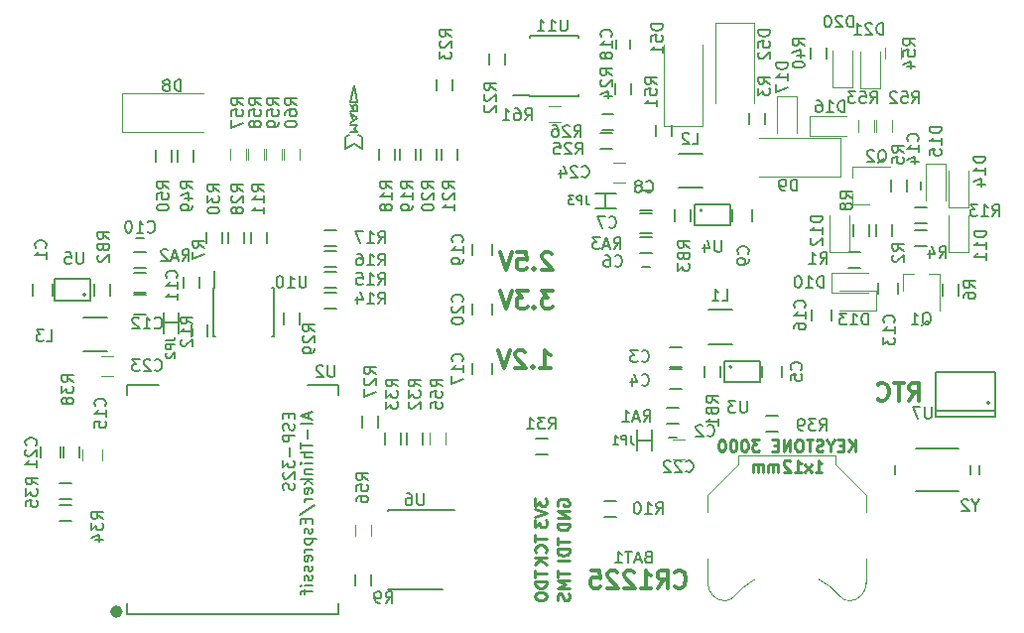
<source format=gbo>
G04 #@! TF.FileFunction,Legend,Bot*
%FSLAX46Y46*%
G04 Gerber Fmt 4.6, Leading zero omitted, Abs format (unit mm)*
G04 Created by KiCad (PCBNEW 4.0.7+dfsg1-1) date Sun Nov 12 13:43:44 2017*
%MOMM*%
%LPD*%
G01*
G04 APERTURE LIST*
%ADD10C,0.100000*%
%ADD11C,0.250000*%
%ADD12C,0.300000*%
%ADD13C,0.150000*%
%ADD14C,0.500000*%
%ADD15C,0.120000*%
%ADD16C,0.152400*%
%ADD17C,0.200000*%
G04 APERTURE END LIST*
D10*
D11*
X170370715Y-98716381D02*
X170370715Y-97716381D01*
X169799286Y-98716381D02*
X170227858Y-98144952D01*
X169799286Y-97716381D02*
X170370715Y-98287810D01*
X169370715Y-98192571D02*
X169037381Y-98192571D01*
X168894524Y-98716381D02*
X169370715Y-98716381D01*
X169370715Y-97716381D01*
X168894524Y-97716381D01*
X168275477Y-98240190D02*
X168275477Y-98716381D01*
X168608810Y-97716381D02*
X168275477Y-98240190D01*
X167942143Y-97716381D01*
X167656429Y-98668762D02*
X167513572Y-98716381D01*
X167275476Y-98716381D01*
X167180238Y-98668762D01*
X167132619Y-98621143D01*
X167085000Y-98525905D01*
X167085000Y-98430667D01*
X167132619Y-98335429D01*
X167180238Y-98287810D01*
X167275476Y-98240190D01*
X167465953Y-98192571D01*
X167561191Y-98144952D01*
X167608810Y-98097333D01*
X167656429Y-98002095D01*
X167656429Y-97906857D01*
X167608810Y-97811619D01*
X167561191Y-97764000D01*
X167465953Y-97716381D01*
X167227857Y-97716381D01*
X167085000Y-97764000D01*
X166799286Y-97716381D02*
X166227857Y-97716381D01*
X166513572Y-98716381D02*
X166513572Y-97716381D01*
X165704048Y-97716381D02*
X165513571Y-97716381D01*
X165418333Y-97764000D01*
X165323095Y-97859238D01*
X165275476Y-98049714D01*
X165275476Y-98383048D01*
X165323095Y-98573524D01*
X165418333Y-98668762D01*
X165513571Y-98716381D01*
X165704048Y-98716381D01*
X165799286Y-98668762D01*
X165894524Y-98573524D01*
X165942143Y-98383048D01*
X165942143Y-98049714D01*
X165894524Y-97859238D01*
X165799286Y-97764000D01*
X165704048Y-97716381D01*
X164846905Y-98716381D02*
X164846905Y-97716381D01*
X164275476Y-98716381D01*
X164275476Y-97716381D01*
X163799286Y-98192571D02*
X163465952Y-98192571D01*
X163323095Y-98716381D02*
X163799286Y-98716381D01*
X163799286Y-97716381D01*
X163323095Y-97716381D01*
X162227857Y-97716381D02*
X161608809Y-97716381D01*
X161942143Y-98097333D01*
X161799285Y-98097333D01*
X161704047Y-98144952D01*
X161656428Y-98192571D01*
X161608809Y-98287810D01*
X161608809Y-98525905D01*
X161656428Y-98621143D01*
X161704047Y-98668762D01*
X161799285Y-98716381D01*
X162085000Y-98716381D01*
X162180238Y-98668762D01*
X162227857Y-98621143D01*
X160989762Y-97716381D02*
X160894523Y-97716381D01*
X160799285Y-97764000D01*
X160751666Y-97811619D01*
X160704047Y-97906857D01*
X160656428Y-98097333D01*
X160656428Y-98335429D01*
X160704047Y-98525905D01*
X160751666Y-98621143D01*
X160799285Y-98668762D01*
X160894523Y-98716381D01*
X160989762Y-98716381D01*
X161085000Y-98668762D01*
X161132619Y-98621143D01*
X161180238Y-98525905D01*
X161227857Y-98335429D01*
X161227857Y-98097333D01*
X161180238Y-97906857D01*
X161132619Y-97811619D01*
X161085000Y-97764000D01*
X160989762Y-97716381D01*
X160037381Y-97716381D02*
X159942142Y-97716381D01*
X159846904Y-97764000D01*
X159799285Y-97811619D01*
X159751666Y-97906857D01*
X159704047Y-98097333D01*
X159704047Y-98335429D01*
X159751666Y-98525905D01*
X159799285Y-98621143D01*
X159846904Y-98668762D01*
X159942142Y-98716381D01*
X160037381Y-98716381D01*
X160132619Y-98668762D01*
X160180238Y-98621143D01*
X160227857Y-98525905D01*
X160275476Y-98335429D01*
X160275476Y-98097333D01*
X160227857Y-97906857D01*
X160180238Y-97811619D01*
X160132619Y-97764000D01*
X160037381Y-97716381D01*
X159085000Y-97716381D02*
X158989761Y-97716381D01*
X158894523Y-97764000D01*
X158846904Y-97811619D01*
X158799285Y-97906857D01*
X158751666Y-98097333D01*
X158751666Y-98335429D01*
X158799285Y-98525905D01*
X158846904Y-98621143D01*
X158894523Y-98668762D01*
X158989761Y-98716381D01*
X159085000Y-98716381D01*
X159180238Y-98668762D01*
X159227857Y-98621143D01*
X159275476Y-98525905D01*
X159323095Y-98335429D01*
X159323095Y-98097333D01*
X159275476Y-97906857D01*
X159227857Y-97811619D01*
X159180238Y-97764000D01*
X159085000Y-97716381D01*
X166989761Y-100466381D02*
X167561190Y-100466381D01*
X167275476Y-100466381D02*
X167275476Y-99466381D01*
X167370714Y-99609238D01*
X167465952Y-99704476D01*
X167561190Y-99752095D01*
X166656428Y-100466381D02*
X166132618Y-99799714D01*
X166656428Y-99799714D02*
X166132618Y-100466381D01*
X165227856Y-100466381D02*
X165799285Y-100466381D01*
X165513571Y-100466381D02*
X165513571Y-99466381D01*
X165608809Y-99609238D01*
X165704047Y-99704476D01*
X165799285Y-99752095D01*
X164846904Y-99561619D02*
X164799285Y-99514000D01*
X164704047Y-99466381D01*
X164465951Y-99466381D01*
X164370713Y-99514000D01*
X164323094Y-99561619D01*
X164275475Y-99656857D01*
X164275475Y-99752095D01*
X164323094Y-99894952D01*
X164894523Y-100466381D01*
X164275475Y-100466381D01*
X163846904Y-100466381D02*
X163846904Y-99799714D01*
X163846904Y-99894952D02*
X163799285Y-99847333D01*
X163704047Y-99799714D01*
X163561189Y-99799714D01*
X163465951Y-99847333D01*
X163418332Y-99942571D01*
X163418332Y-100466381D01*
X163418332Y-99942571D02*
X163370713Y-99847333D01*
X163275475Y-99799714D01*
X163132618Y-99799714D01*
X163037380Y-99847333D01*
X162989761Y-99942571D01*
X162989761Y-100466381D01*
X162513571Y-100466381D02*
X162513571Y-99799714D01*
X162513571Y-99894952D02*
X162465952Y-99847333D01*
X162370714Y-99799714D01*
X162227856Y-99799714D01*
X162132618Y-99847333D01*
X162084999Y-99942571D01*
X162084999Y-100466381D01*
X162084999Y-99942571D02*
X162037380Y-99847333D01*
X161942142Y-99799714D01*
X161799285Y-99799714D01*
X161704047Y-99847333D01*
X161656428Y-99942571D01*
X161656428Y-100466381D01*
D12*
X155027856Y-110215714D02*
X155099285Y-110287143D01*
X155313571Y-110358571D01*
X155456428Y-110358571D01*
X155670713Y-110287143D01*
X155813571Y-110144286D01*
X155884999Y-110001429D01*
X155956428Y-109715714D01*
X155956428Y-109501429D01*
X155884999Y-109215714D01*
X155813571Y-109072857D01*
X155670713Y-108930000D01*
X155456428Y-108858571D01*
X155313571Y-108858571D01*
X155099285Y-108930000D01*
X155027856Y-109001429D01*
X153527856Y-110358571D02*
X154027856Y-109644286D01*
X154384999Y-110358571D02*
X154384999Y-108858571D01*
X153813571Y-108858571D01*
X153670713Y-108930000D01*
X153599285Y-109001429D01*
X153527856Y-109144286D01*
X153527856Y-109358571D01*
X153599285Y-109501429D01*
X153670713Y-109572857D01*
X153813571Y-109644286D01*
X154384999Y-109644286D01*
X152099285Y-110358571D02*
X152956428Y-110358571D01*
X152527856Y-110358571D02*
X152527856Y-108858571D01*
X152670713Y-109072857D01*
X152813571Y-109215714D01*
X152956428Y-109287143D01*
X151527857Y-109001429D02*
X151456428Y-108930000D01*
X151313571Y-108858571D01*
X150956428Y-108858571D01*
X150813571Y-108930000D01*
X150742142Y-109001429D01*
X150670714Y-109144286D01*
X150670714Y-109287143D01*
X150742142Y-109501429D01*
X151599285Y-110358571D01*
X150670714Y-110358571D01*
X150099286Y-109001429D02*
X150027857Y-108930000D01*
X149885000Y-108858571D01*
X149527857Y-108858571D01*
X149385000Y-108930000D01*
X149313571Y-109001429D01*
X149242143Y-109144286D01*
X149242143Y-109287143D01*
X149313571Y-109501429D01*
X150170714Y-110358571D01*
X149242143Y-110358571D01*
X147885000Y-108858571D02*
X148599286Y-108858571D01*
X148670715Y-109572857D01*
X148599286Y-109501429D01*
X148456429Y-109430000D01*
X148099286Y-109430000D01*
X147956429Y-109501429D01*
X147885000Y-109572857D01*
X147813572Y-109715714D01*
X147813572Y-110072857D01*
X147885000Y-110215714D01*
X147956429Y-110287143D01*
X148099286Y-110358571D01*
X148456429Y-110358571D01*
X148599286Y-110287143D01*
X148670715Y-110215714D01*
X144502857Y-81823429D02*
X144431428Y-81752000D01*
X144288571Y-81680571D01*
X143931428Y-81680571D01*
X143788571Y-81752000D01*
X143717142Y-81823429D01*
X143645714Y-81966286D01*
X143645714Y-82109143D01*
X143717142Y-82323429D01*
X144574285Y-83180571D01*
X143645714Y-83180571D01*
X143002857Y-83037714D02*
X142931429Y-83109143D01*
X143002857Y-83180571D01*
X143074286Y-83109143D01*
X143002857Y-83037714D01*
X143002857Y-83180571D01*
X141574285Y-81680571D02*
X142288571Y-81680571D01*
X142360000Y-82394857D01*
X142288571Y-82323429D01*
X142145714Y-82252000D01*
X141788571Y-82252000D01*
X141645714Y-82323429D01*
X141574285Y-82394857D01*
X141502857Y-82537714D01*
X141502857Y-82894857D01*
X141574285Y-83037714D01*
X141645714Y-83109143D01*
X141788571Y-83180571D01*
X142145714Y-83180571D01*
X142288571Y-83109143D01*
X142360000Y-83037714D01*
X141074286Y-81680571D02*
X140574286Y-83180571D01*
X140074286Y-81680571D01*
X144574285Y-84982571D02*
X143645714Y-84982571D01*
X144145714Y-85554000D01*
X143931428Y-85554000D01*
X143788571Y-85625429D01*
X143717142Y-85696857D01*
X143645714Y-85839714D01*
X143645714Y-86196857D01*
X143717142Y-86339714D01*
X143788571Y-86411143D01*
X143931428Y-86482571D01*
X144360000Y-86482571D01*
X144502857Y-86411143D01*
X144574285Y-86339714D01*
X143002857Y-86339714D02*
X142931429Y-86411143D01*
X143002857Y-86482571D01*
X143074286Y-86411143D01*
X143002857Y-86339714D01*
X143002857Y-86482571D01*
X142431428Y-84982571D02*
X141502857Y-84982571D01*
X142002857Y-85554000D01*
X141788571Y-85554000D01*
X141645714Y-85625429D01*
X141574285Y-85696857D01*
X141502857Y-85839714D01*
X141502857Y-86196857D01*
X141574285Y-86339714D01*
X141645714Y-86411143D01*
X141788571Y-86482571D01*
X142217143Y-86482571D01*
X142360000Y-86411143D01*
X142431428Y-86339714D01*
X141074286Y-84982571D02*
X140574286Y-86482571D01*
X140074286Y-84982571D01*
X143518714Y-91562571D02*
X144375857Y-91562571D01*
X143947285Y-91562571D02*
X143947285Y-90062571D01*
X144090142Y-90276857D01*
X144233000Y-90419714D01*
X144375857Y-90491143D01*
X142875857Y-91419714D02*
X142804429Y-91491143D01*
X142875857Y-91562571D01*
X142947286Y-91491143D01*
X142875857Y-91419714D01*
X142875857Y-91562571D01*
X142233000Y-90205429D02*
X142161571Y-90134000D01*
X142018714Y-90062571D01*
X141661571Y-90062571D01*
X141518714Y-90134000D01*
X141447285Y-90205429D01*
X141375857Y-90348286D01*
X141375857Y-90491143D01*
X141447285Y-90705429D01*
X142304428Y-91562571D01*
X141375857Y-91562571D01*
X140947286Y-90062571D02*
X140447286Y-91562571D01*
X139947286Y-90062571D01*
D11*
X143082381Y-105854286D02*
X143082381Y-106425715D01*
X144082381Y-106140000D02*
X143082381Y-106140000D01*
X143987143Y-107330477D02*
X144034762Y-107282858D01*
X144082381Y-107140001D01*
X144082381Y-107044763D01*
X144034762Y-106901905D01*
X143939524Y-106806667D01*
X143844286Y-106759048D01*
X143653810Y-106711429D01*
X143510952Y-106711429D01*
X143320476Y-106759048D01*
X143225238Y-106806667D01*
X143130000Y-106901905D01*
X143082381Y-107044763D01*
X143082381Y-107140001D01*
X143130000Y-107282858D01*
X143177619Y-107330477D01*
X144082381Y-107759048D02*
X143082381Y-107759048D01*
X144082381Y-108330477D02*
X143510952Y-107901905D01*
X143082381Y-108330477D02*
X143653810Y-107759048D01*
X143082381Y-102726905D02*
X143082381Y-103345953D01*
X143463333Y-103012619D01*
X143463333Y-103155477D01*
X143510952Y-103250715D01*
X143558571Y-103298334D01*
X143653810Y-103345953D01*
X143891905Y-103345953D01*
X143987143Y-103298334D01*
X144034762Y-103250715D01*
X144082381Y-103155477D01*
X144082381Y-102869762D01*
X144034762Y-102774524D01*
X143987143Y-102726905D01*
X143082381Y-103631667D02*
X144082381Y-103965000D01*
X143082381Y-104298334D01*
X143082381Y-104536429D02*
X143082381Y-105155477D01*
X143463333Y-104822143D01*
X143463333Y-104965001D01*
X143510952Y-105060239D01*
X143558571Y-105107858D01*
X143653810Y-105155477D01*
X143891905Y-105155477D01*
X143987143Y-105107858D01*
X144034762Y-105060239D01*
X144082381Y-104965001D01*
X144082381Y-104679286D01*
X144034762Y-104584048D01*
X143987143Y-104536429D01*
X143082381Y-108878476D02*
X143082381Y-109449905D01*
X144082381Y-109164190D02*
X143082381Y-109164190D01*
X144082381Y-109783238D02*
X143082381Y-109783238D01*
X143082381Y-110021333D01*
X143130000Y-110164191D01*
X143225238Y-110259429D01*
X143320476Y-110307048D01*
X143510952Y-110354667D01*
X143653810Y-110354667D01*
X143844286Y-110307048D01*
X143939524Y-110259429D01*
X144034762Y-110164191D01*
X144082381Y-110021333D01*
X144082381Y-109783238D01*
X143082381Y-110973714D02*
X143082381Y-111164191D01*
X143130000Y-111259429D01*
X143225238Y-111354667D01*
X143415714Y-111402286D01*
X143749048Y-111402286D01*
X143939524Y-111354667D01*
X144034762Y-111259429D01*
X144082381Y-111164191D01*
X144082381Y-110973714D01*
X144034762Y-110878476D01*
X143939524Y-110783238D01*
X143749048Y-110735619D01*
X143415714Y-110735619D01*
X143225238Y-110783238D01*
X143130000Y-110878476D01*
X143082381Y-110973714D01*
X145035000Y-103330096D02*
X144987381Y-103234858D01*
X144987381Y-103092001D01*
X145035000Y-102949143D01*
X145130238Y-102853905D01*
X145225476Y-102806286D01*
X145415952Y-102758667D01*
X145558810Y-102758667D01*
X145749286Y-102806286D01*
X145844524Y-102853905D01*
X145939762Y-102949143D01*
X145987381Y-103092001D01*
X145987381Y-103187239D01*
X145939762Y-103330096D01*
X145892143Y-103377715D01*
X145558810Y-103377715D01*
X145558810Y-103187239D01*
X145987381Y-103806286D02*
X144987381Y-103806286D01*
X145987381Y-104377715D01*
X144987381Y-104377715D01*
X145987381Y-104853905D02*
X144987381Y-104853905D01*
X144987381Y-105092000D01*
X145035000Y-105234858D01*
X145130238Y-105330096D01*
X145225476Y-105377715D01*
X145415952Y-105425334D01*
X145558810Y-105425334D01*
X145749286Y-105377715D01*
X145844524Y-105330096D01*
X145939762Y-105234858D01*
X145987381Y-105092000D01*
X145987381Y-104853905D01*
X144987381Y-106116191D02*
X144987381Y-106687620D01*
X145987381Y-106401905D02*
X144987381Y-106401905D01*
X145987381Y-107020953D02*
X144987381Y-107020953D01*
X144987381Y-107259048D01*
X145035000Y-107401906D01*
X145130238Y-107497144D01*
X145225476Y-107544763D01*
X145415952Y-107592382D01*
X145558810Y-107592382D01*
X145749286Y-107544763D01*
X145844524Y-107497144D01*
X145939762Y-107401906D01*
X145987381Y-107259048D01*
X145987381Y-107020953D01*
X145987381Y-108020953D02*
X144987381Y-108020953D01*
X144987381Y-108854667D02*
X144987381Y-109426096D01*
X145987381Y-109140381D02*
X144987381Y-109140381D01*
X145987381Y-109759429D02*
X144987381Y-109759429D01*
X145701667Y-110092763D01*
X144987381Y-110426096D01*
X145987381Y-110426096D01*
X145939762Y-110854667D02*
X145987381Y-110997524D01*
X145987381Y-111235620D01*
X145939762Y-111330858D01*
X145892143Y-111378477D01*
X145796905Y-111426096D01*
X145701667Y-111426096D01*
X145606429Y-111378477D01*
X145558810Y-111330858D01*
X145511190Y-111235620D01*
X145463571Y-111045143D01*
X145415952Y-110949905D01*
X145368333Y-110902286D01*
X145273095Y-110854667D01*
X145177857Y-110854667D01*
X145082619Y-110902286D01*
X145035000Y-110949905D01*
X144987381Y-111045143D01*
X144987381Y-111283239D01*
X145035000Y-111426096D01*
D12*
X174967142Y-94356571D02*
X175467142Y-93642286D01*
X175824285Y-94356571D02*
X175824285Y-92856571D01*
X175252857Y-92856571D01*
X175109999Y-92928000D01*
X175038571Y-92999429D01*
X174967142Y-93142286D01*
X174967142Y-93356571D01*
X175038571Y-93499429D01*
X175109999Y-93570857D01*
X175252857Y-93642286D01*
X175824285Y-93642286D01*
X174538571Y-92856571D02*
X173681428Y-92856571D01*
X174109999Y-94356571D02*
X174109999Y-92856571D01*
X172324285Y-94213714D02*
X172395714Y-94285143D01*
X172610000Y-94356571D01*
X172752857Y-94356571D01*
X172967142Y-94285143D01*
X173110000Y-94142286D01*
X173181428Y-93999429D01*
X173252857Y-93713714D01*
X173252857Y-93499429D01*
X173181428Y-93213714D01*
X173110000Y-93070857D01*
X172967142Y-92928000D01*
X172752857Y-92856571D01*
X172610000Y-92856571D01*
X172395714Y-92928000D01*
X172324285Y-92999429D01*
D13*
X102823000Y-98258000D02*
X102823000Y-99258000D01*
X104173000Y-99258000D02*
X104173000Y-98258000D01*
X151758000Y-97742000D02*
X153028000Y-97742000D01*
X153028000Y-96853000D02*
X153028000Y-98631000D01*
X151758000Y-96853000D02*
X151758000Y-98631000D01*
X108232500Y-112562000D02*
X108232500Y-111673000D01*
X126266500Y-112562000D02*
X108232500Y-112562000D01*
X126266500Y-111673000D02*
X126266500Y-112562000D01*
X126266500Y-93004000D02*
X126266500Y-93893000D01*
X123663000Y-93004000D02*
X126266500Y-93004000D01*
X108232500Y-93004000D02*
X110963000Y-93004000D01*
X108232500Y-93893000D02*
X108232500Y-93004000D01*
D14*
X107638415Y-112384338D02*
G75*
G03X107638415Y-112384338I-283981J0D01*
G01*
D15*
X157345000Y-70900000D02*
X154045000Y-70900000D01*
X154045000Y-70900000D02*
X154045000Y-64000000D01*
X157345000Y-70900000D02*
X157345000Y-64000000D01*
D13*
X153369000Y-70826000D02*
X153369000Y-71826000D01*
X154719000Y-71826000D02*
X154719000Y-70826000D01*
X157870000Y-89565000D02*
X159870000Y-89565000D01*
X159870000Y-86615000D02*
X157870000Y-86615000D01*
X159886803Y-91500000D02*
G75*
G03X159886803Y-91500000I-111803J0D01*
G01*
X159275000Y-92800000D02*
X162275000Y-92800000D01*
X162275000Y-92800000D02*
X162275000Y-91000000D01*
X162275000Y-91000000D02*
X159275000Y-91000000D01*
X159275000Y-91000000D02*
X159275000Y-92800000D01*
X155330000Y-76230000D02*
X157330000Y-76230000D01*
X157330000Y-73280000D02*
X155330000Y-73280000D01*
X157346803Y-78135000D02*
G75*
G03X157346803Y-78135000I-111803J0D01*
G01*
X156735000Y-79435000D02*
X159735000Y-79435000D01*
X159735000Y-79435000D02*
X159735000Y-77635000D01*
X159735000Y-77635000D02*
X156735000Y-77635000D01*
X156735000Y-77635000D02*
X156735000Y-79435000D01*
X106530000Y-87250000D02*
X104530000Y-87250000D01*
X104530000Y-90200000D02*
X106530000Y-90200000D01*
X104736803Y-85315000D02*
G75*
G03X104736803Y-85315000I-111803J0D01*
G01*
X105125000Y-84015000D02*
X102125000Y-84015000D01*
X102125000Y-84015000D02*
X102125000Y-85815000D01*
X102125000Y-85815000D02*
X105125000Y-85815000D01*
X105125000Y-85815000D02*
X105125000Y-84015000D01*
X100235000Y-85415000D02*
X100235000Y-84415000D01*
X101935000Y-84415000D02*
X101935000Y-85415000D01*
X155560000Y-91480000D02*
X154560000Y-91480000D01*
X154560000Y-89780000D02*
X155560000Y-89780000D01*
X155560000Y-93385000D02*
X154560000Y-93385000D01*
X154560000Y-91685000D02*
X155560000Y-91685000D01*
X164165000Y-91400000D02*
X164165000Y-92400000D01*
X162465000Y-92400000D02*
X162465000Y-91400000D01*
X153020000Y-80050000D02*
X152020000Y-80050000D01*
X152020000Y-78350000D02*
X153020000Y-78350000D01*
X153020000Y-78145000D02*
X152020000Y-78145000D01*
X152020000Y-76445000D02*
X153020000Y-76445000D01*
X161625000Y-78065000D02*
X161625000Y-79065000D01*
X159925000Y-79065000D02*
X159925000Y-78065000D01*
X108840000Y-83430000D02*
X109840000Y-83430000D01*
X109840000Y-85130000D02*
X108840000Y-85130000D01*
X108840000Y-85335000D02*
X109840000Y-85335000D01*
X109840000Y-87035000D02*
X108840000Y-87035000D01*
X181857000Y-94567000D02*
G75*
G03X181857000Y-94567000I-127000J0D01*
G01*
X182365000Y-95202000D02*
X177285000Y-95202000D01*
X182365000Y-91900000D02*
X177285000Y-91900000D01*
X182365000Y-95710000D02*
X177285000Y-95710000D01*
X182365000Y-95710000D02*
X182365000Y-91900000D01*
X177285000Y-95710000D02*
X177285000Y-91900000D01*
X174071000Y-84288000D02*
X174071000Y-85288000D01*
X172371000Y-85288000D02*
X172371000Y-84288000D01*
D15*
X174435000Y-83520000D02*
X175365000Y-83520000D01*
X177595000Y-83520000D02*
X176665000Y-83520000D01*
X177595000Y-83520000D02*
X177595000Y-86680000D01*
X174435000Y-83520000D02*
X174435000Y-84980000D01*
X170175000Y-77605000D02*
X170175000Y-76675000D01*
X170175000Y-74445000D02*
X170175000Y-75375000D01*
X170175000Y-74445000D02*
X173335000Y-74445000D01*
X170175000Y-77605000D02*
X171635000Y-77605000D01*
D13*
X154510000Y-97510000D02*
X155210000Y-97510000D01*
X155210000Y-96310000D02*
X154510000Y-96310000D01*
X152170000Y-82975000D02*
X152870000Y-82975000D01*
X152870000Y-81775000D02*
X152170000Y-81775000D01*
X109690000Y-80505000D02*
X108990000Y-80505000D01*
X108990000Y-81705000D02*
X109690000Y-81705000D01*
X174780000Y-75675000D02*
X174780000Y-76375000D01*
X175980000Y-76375000D02*
X175980000Y-75675000D01*
X170800000Y-81700000D02*
X169800000Y-81700000D01*
X169800000Y-83050000D02*
X170800000Y-83050000D01*
X172165000Y-79335000D02*
X172165000Y-80335000D01*
X173515000Y-80335000D02*
X173515000Y-79335000D01*
X175515000Y-81145000D02*
X176515000Y-81145000D01*
X176515000Y-79795000D02*
X175515000Y-79795000D01*
X174785000Y-76525000D02*
X174785000Y-75525000D01*
X173435000Y-75525000D02*
X173435000Y-76525000D01*
X179230000Y-85415000D02*
X179230000Y-84415000D01*
X177880000Y-84415000D02*
X177880000Y-85415000D01*
X114460000Y-84780000D02*
X114460000Y-83780000D01*
X113110000Y-83780000D02*
X113110000Y-84780000D01*
X170260000Y-79335000D02*
X170260000Y-80335000D01*
X171610000Y-80335000D02*
X171610000Y-79335000D01*
X129065000Y-110180000D02*
X129065000Y-109180000D01*
X127715000Y-109180000D02*
X127715000Y-110180000D01*
X148972000Y-104259000D02*
X149972000Y-104259000D01*
X149972000Y-102909000D02*
X148972000Y-102909000D01*
X175515000Y-79240000D02*
X176515000Y-79240000D01*
X176515000Y-77890000D02*
X175515000Y-77890000D01*
X155360000Y-94965000D02*
X154360000Y-94965000D01*
X154360000Y-96315000D02*
X155360000Y-96315000D01*
X108840000Y-83050000D02*
X109840000Y-83050000D01*
X109840000Y-81700000D02*
X108840000Y-81700000D01*
X153020000Y-80430000D02*
X152020000Y-80430000D01*
X152020000Y-81780000D02*
X153020000Y-81780000D01*
X158910000Y-92400000D02*
X158910000Y-91400000D01*
X157560000Y-91400000D02*
X157560000Y-92400000D01*
X105490000Y-84415000D02*
X105490000Y-85415000D01*
X106840000Y-85415000D02*
X106840000Y-84415000D01*
X156370000Y-79065000D02*
X156370000Y-78065000D01*
X155020000Y-78065000D02*
X155020000Y-79065000D01*
X125096000Y-86479000D02*
X126096000Y-86479000D01*
X126096000Y-85129000D02*
X125096000Y-85129000D01*
X125096000Y-84701000D02*
X126096000Y-84701000D01*
X126096000Y-83351000D02*
X125096000Y-83351000D01*
X125096000Y-82923000D02*
X126096000Y-82923000D01*
X126096000Y-81573000D02*
X125096000Y-81573000D01*
X125096000Y-81145000D02*
X126096000Y-81145000D01*
X126096000Y-79795000D02*
X125096000Y-79795000D01*
X129747000Y-72858000D02*
X129747000Y-73858000D01*
X131097000Y-73858000D02*
X131097000Y-72858000D01*
X131525000Y-72858000D02*
X131525000Y-73858000D01*
X132875000Y-73858000D02*
X132875000Y-72858000D01*
X133303000Y-72858000D02*
X133303000Y-73858000D01*
X134653000Y-73858000D02*
X134653000Y-72858000D01*
X135081000Y-72858000D02*
X135081000Y-73858000D01*
X136431000Y-73858000D02*
X136431000Y-72858000D01*
X115655000Y-84745000D02*
X115705000Y-84745000D01*
X115655000Y-88895000D02*
X115800000Y-88895000D01*
X120805000Y-88895000D02*
X120660000Y-88895000D01*
X120805000Y-84745000D02*
X120660000Y-84745000D01*
X115655000Y-84745000D02*
X115655000Y-88895000D01*
X120805000Y-84745000D02*
X120805000Y-88895000D01*
X115705000Y-84745000D02*
X115705000Y-83345000D01*
X151189600Y-64310000D02*
X151189600Y-63610000D01*
X149989600Y-63610000D02*
X149989600Y-64310000D01*
X142605000Y-68375000D02*
X142605000Y-68325000D01*
X146755000Y-68375000D02*
X146755000Y-68230000D01*
X146755000Y-63225000D02*
X146755000Y-63370000D01*
X142605000Y-63225000D02*
X142605000Y-63370000D01*
X142605000Y-68375000D02*
X146755000Y-68375000D01*
X142605000Y-63225000D02*
X146755000Y-63225000D01*
X142605000Y-68325000D02*
X141205000Y-68325000D01*
X161370000Y-69810000D02*
X161370000Y-70810000D01*
X162720000Y-70810000D02*
X162720000Y-69810000D01*
X139145000Y-64730000D02*
X139145000Y-65730000D01*
X140495000Y-65730000D02*
X140495000Y-64730000D01*
X134700000Y-66932000D02*
X134700000Y-67932000D01*
X136050000Y-67932000D02*
X136050000Y-66932000D01*
X149940000Y-67270000D02*
X149940000Y-68270000D01*
X151290000Y-68270000D02*
X151290000Y-67270000D01*
X148675000Y-72890000D02*
X149675000Y-72890000D01*
X149675000Y-71540000D02*
X148675000Y-71540000D01*
X148780000Y-71275000D02*
X149780000Y-71275000D01*
X149780000Y-69925000D02*
X148780000Y-69925000D01*
X130510000Y-103690000D02*
X130510000Y-103790000D01*
X130510000Y-110515000D02*
X130510000Y-110490000D01*
X135160000Y-110515000D02*
X135160000Y-110490000D01*
X136235000Y-103690000D02*
X130510000Y-103690000D01*
X135160000Y-110515000D02*
X130510000Y-110515000D01*
X120175000Y-80970000D02*
X120175000Y-79970000D01*
X118825000Y-79970000D02*
X118825000Y-80970000D01*
X113805000Y-87900000D02*
X113805000Y-88900000D01*
X115155000Y-88900000D02*
X115155000Y-87900000D01*
X128350000Y-95675000D02*
X128350000Y-96675000D01*
X129700000Y-96675000D02*
X129700000Y-95675000D01*
X118270000Y-80970000D02*
X118270000Y-79970000D01*
X116920000Y-79970000D02*
X116920000Y-80970000D01*
X122955000Y-87900000D02*
X122955000Y-86900000D01*
X121605000Y-86900000D02*
X121605000Y-87900000D01*
X116365000Y-80970000D02*
X116365000Y-79970000D01*
X115015000Y-79970000D02*
X115015000Y-80970000D01*
X143130000Y-98925000D02*
X144130000Y-98925000D01*
X144130000Y-97575000D02*
X143130000Y-97575000D01*
X132160000Y-97115000D02*
X132160000Y-98115000D01*
X133510000Y-98115000D02*
X133510000Y-97115000D01*
X130255000Y-97115000D02*
X130255000Y-98115000D01*
X131605000Y-98115000D02*
X131605000Y-97115000D01*
X103490000Y-103290000D02*
X102490000Y-103290000D01*
X102490000Y-104640000D02*
X103490000Y-104640000D01*
X102490000Y-102735000D02*
X103490000Y-102735000D01*
X103490000Y-101385000D02*
X102490000Y-101385000D01*
X168356000Y-86574000D02*
X168356000Y-87574000D01*
X166656000Y-87574000D02*
X166656000Y-86574000D01*
X162815000Y-97020000D02*
X163815000Y-97020000D01*
X163815000Y-95670000D02*
X162815000Y-95670000D01*
X166577000Y-64222000D02*
X166577000Y-65222000D01*
X167927000Y-65222000D02*
X167927000Y-64222000D01*
X137700000Y-92146000D02*
X137700000Y-91146000D01*
X139400000Y-91146000D02*
X139400000Y-92146000D01*
X139400000Y-80986000D02*
X139400000Y-81986000D01*
X137700000Y-81986000D02*
X137700000Y-80986000D01*
X137700000Y-87066000D02*
X137700000Y-86066000D01*
X139400000Y-86066000D02*
X139400000Y-87066000D01*
X100870000Y-99258000D02*
X100870000Y-98258000D01*
X102570000Y-98258000D02*
X102570000Y-99258000D01*
X112602000Y-72985000D02*
X112602000Y-73985000D01*
X113952000Y-73985000D02*
X113952000Y-72985000D01*
X110697000Y-72985000D02*
X110697000Y-73985000D01*
X112047000Y-73985000D02*
X112047000Y-72985000D01*
D15*
X172160000Y-70445000D02*
X172160000Y-71445000D01*
X173520000Y-71445000D02*
X173520000Y-70445000D01*
X170636000Y-70445000D02*
X170636000Y-71445000D01*
X171996000Y-71445000D02*
X171996000Y-70445000D01*
D13*
X173812000Y-99882000D02*
X173812000Y-100682000D01*
X179212000Y-98482000D02*
X175612000Y-98482000D01*
X179212000Y-102082000D02*
X175612000Y-102082000D01*
X180212000Y-99882000D02*
X180212000Y-100682000D01*
X181012000Y-99882000D02*
X181012000Y-100682000D01*
D15*
X106126000Y-98512000D02*
X106126000Y-99512000D01*
X104426000Y-99512000D02*
X104426000Y-98512000D01*
X107861000Y-71452000D02*
X107861000Y-68152000D01*
X107861000Y-68152000D02*
X114761000Y-68152000D01*
X107861000Y-71452000D02*
X114761000Y-71452000D01*
X169112000Y-71962000D02*
X169112000Y-75262000D01*
X169112000Y-75262000D02*
X162212000Y-75262000D01*
X169112000Y-71962000D02*
X162212000Y-71962000D01*
X158490000Y-62100000D02*
X161790000Y-62100000D01*
X161790000Y-62100000D02*
X161790000Y-69000000D01*
X158490000Y-62100000D02*
X158490000Y-69000000D01*
X155814000Y-99354000D02*
X154814000Y-99354000D01*
X154814000Y-97654000D02*
X155814000Y-97654000D01*
X106046000Y-90542000D02*
X107046000Y-90542000D01*
X107046000Y-92242000D02*
X106046000Y-92242000D01*
X149734000Y-74032000D02*
X150734000Y-74032000D01*
X150734000Y-75732000D02*
X149734000Y-75732000D01*
X172922000Y-64222000D02*
X172922000Y-65222000D01*
X174282000Y-65222000D02*
X174282000Y-64222000D01*
X135420000Y-98115000D02*
X135420000Y-97115000D01*
X134060000Y-97115000D02*
X134060000Y-98115000D01*
D13*
X126928000Y-71869000D02*
X127228000Y-71669000D01*
X128328000Y-71869000D02*
X128028000Y-71669000D01*
X126928000Y-72869000D02*
X126928000Y-71869000D01*
X127628000Y-72469000D02*
X126928000Y-72869000D01*
X128328000Y-72869000D02*
X127628000Y-72469000D01*
X128328000Y-71869000D02*
X128328000Y-72869000D01*
X127628000Y-67469000D02*
X127328000Y-68869000D01*
X127928000Y-68869000D02*
X127628000Y-67469000D01*
X127328000Y-68869000D02*
X127928000Y-68869000D01*
X127328000Y-69069000D02*
X127528000Y-69569000D01*
X127528000Y-69269000D02*
X127528000Y-69669000D01*
X127728000Y-69069000D02*
X127528000Y-69269000D01*
X127928000Y-69269000D02*
X127728000Y-69069000D01*
X127928000Y-69669000D02*
X127928000Y-69269000D01*
X127328000Y-69669000D02*
X127928000Y-69669000D01*
X127328000Y-69869000D02*
X127528000Y-70469000D01*
X127928000Y-70269000D02*
X127328000Y-69869000D01*
X127328000Y-70669000D02*
X127928000Y-70269000D01*
X127928000Y-70869000D02*
X127328000Y-70869000D01*
X127628000Y-71169000D02*
X127928000Y-70869000D01*
X127928000Y-71469000D02*
X127628000Y-71169000D01*
X127328000Y-71469000D02*
X127928000Y-71469000D01*
D15*
X160091264Y-111074552D02*
G75*
G02X161785000Y-109670000I4493736J-3695448D01*
G01*
X167317553Y-109624793D02*
G75*
G02X169085000Y-111070000I-2732553J-5145207D01*
G01*
X159170385Y-111454160D02*
G75*
G03X160085000Y-111070000I124615J984160D01*
G01*
X169999615Y-111454160D02*
G75*
G02X169085000Y-111070000I-124615J984160D01*
G01*
X157835000Y-109920000D02*
G75*
G03X159285000Y-111470000I1500000J-50000D01*
G01*
X171335000Y-109920000D02*
G75*
G02X169885000Y-111470000I-1500000J-50000D01*
G01*
X157835000Y-107870000D02*
X157835000Y-109970000D01*
X171335000Y-107870000D02*
X171335000Y-109970000D01*
X171335000Y-103870000D02*
X171335000Y-102420000D01*
X171335000Y-102420000D02*
X168735000Y-99820000D01*
X168735000Y-99820000D02*
X168735000Y-99020000D01*
X168735000Y-99020000D02*
X160435000Y-99020000D01*
X160435000Y-99020000D02*
X160435000Y-99820000D01*
X160435000Y-99820000D02*
X157835000Y-102420000D01*
X157835000Y-102420000D02*
X157835000Y-103870000D01*
X170134000Y-67638000D02*
X168434000Y-67638000D01*
X168434000Y-67638000D02*
X168434000Y-64488000D01*
X170134000Y-67638000D02*
X170134000Y-64488000D01*
X172547000Y-67731000D02*
X170847000Y-67731000D01*
X170847000Y-67731000D02*
X170847000Y-64581000D01*
X172547000Y-67731000D02*
X172547000Y-64581000D01*
X168400000Y-85130000D02*
X168400000Y-83430000D01*
X168400000Y-83430000D02*
X171550000Y-83430000D01*
X168400000Y-85130000D02*
X171550000Y-85130000D01*
X180040000Y-81735000D02*
X178340000Y-81735000D01*
X178340000Y-81735000D02*
X178340000Y-78585000D01*
X180040000Y-81735000D02*
X180040000Y-78585000D01*
X169880000Y-81735000D02*
X168180000Y-81735000D01*
X168180000Y-81735000D02*
X168180000Y-78585000D01*
X169880000Y-81735000D02*
X169880000Y-78585000D01*
X172200000Y-84954000D02*
X172200000Y-86654000D01*
X172200000Y-86654000D02*
X169050000Y-86654000D01*
X172200000Y-84954000D02*
X169050000Y-84954000D01*
X180040000Y-77925000D02*
X178340000Y-77925000D01*
X178340000Y-77925000D02*
X178340000Y-74775000D01*
X180040000Y-77925000D02*
X180040000Y-74775000D01*
X176435000Y-74125000D02*
X178135000Y-74125000D01*
X178135000Y-74125000D02*
X178135000Y-77275000D01*
X176435000Y-74125000D02*
X176435000Y-77275000D01*
X166495000Y-71795000D02*
X166495000Y-70095000D01*
X166495000Y-70095000D02*
X169645000Y-70095000D01*
X166495000Y-71795000D02*
X169645000Y-71795000D01*
X163735000Y-68410000D02*
X165435000Y-68410000D01*
X165435000Y-68410000D02*
X165435000Y-71560000D01*
X163735000Y-68410000D02*
X163735000Y-71560000D01*
D13*
X111372000Y-87709000D02*
X112642000Y-87709000D01*
X112642000Y-86820000D02*
X112642000Y-88598000D01*
X111372000Y-86820000D02*
X111372000Y-88598000D01*
X149091000Y-76660000D02*
X149091000Y-77930000D01*
X149980000Y-77930000D02*
X148202000Y-77930000D01*
X149980000Y-76660000D02*
X148202000Y-76660000D01*
D15*
X127710000Y-104946000D02*
X127710000Y-105946000D01*
X129070000Y-105946000D02*
X129070000Y-104946000D01*
X117042000Y-72858000D02*
X117042000Y-73858000D01*
X118402000Y-73858000D02*
X118402000Y-72858000D01*
X118566000Y-72858000D02*
X118566000Y-73858000D01*
X119926000Y-73858000D02*
X119926000Y-72858000D01*
X120090000Y-72858000D02*
X120090000Y-73858000D01*
X121450000Y-73858000D02*
X121450000Y-72858000D01*
X121614000Y-72858000D02*
X121614000Y-73858000D01*
X122974000Y-73858000D02*
X122974000Y-72858000D01*
X144280000Y-70580000D02*
X145280000Y-70580000D01*
X145280000Y-69220000D02*
X144280000Y-69220000D01*
D13*
X103696381Y-92781143D02*
X103220190Y-92447809D01*
X103696381Y-92209714D02*
X102696381Y-92209714D01*
X102696381Y-92590667D01*
X102744000Y-92685905D01*
X102791619Y-92733524D01*
X102886857Y-92781143D01*
X103029714Y-92781143D01*
X103124952Y-92733524D01*
X103172571Y-92685905D01*
X103220190Y-92590667D01*
X103220190Y-92209714D01*
X102696381Y-93114476D02*
X102696381Y-93733524D01*
X103077333Y-93400190D01*
X103077333Y-93543048D01*
X103124952Y-93638286D01*
X103172571Y-93685905D01*
X103267810Y-93733524D01*
X103505905Y-93733524D01*
X103601143Y-93685905D01*
X103648762Y-93638286D01*
X103696381Y-93543048D01*
X103696381Y-93257333D01*
X103648762Y-93162095D01*
X103601143Y-93114476D01*
X103124952Y-94304952D02*
X103077333Y-94209714D01*
X103029714Y-94162095D01*
X102934476Y-94114476D01*
X102886857Y-94114476D01*
X102791619Y-94162095D01*
X102744000Y-94209714D01*
X102696381Y-94304952D01*
X102696381Y-94495429D01*
X102744000Y-94590667D01*
X102791619Y-94638286D01*
X102886857Y-94685905D01*
X102934476Y-94685905D01*
X103029714Y-94638286D01*
X103077333Y-94590667D01*
X103124952Y-94495429D01*
X103124952Y-94304952D01*
X103172571Y-94209714D01*
X103220190Y-94162095D01*
X103315429Y-94114476D01*
X103505905Y-94114476D01*
X103601143Y-94162095D01*
X103648762Y-94209714D01*
X103696381Y-94304952D01*
X103696381Y-94495429D01*
X103648762Y-94590667D01*
X103601143Y-94638286D01*
X103505905Y-94685905D01*
X103315429Y-94685905D01*
X103220190Y-94638286D01*
X103172571Y-94590667D01*
X103124952Y-94495429D01*
D16*
X151249999Y-97324714D02*
X151249999Y-97869000D01*
X151286285Y-97977857D01*
X151358856Y-98050429D01*
X151467713Y-98086714D01*
X151540285Y-98086714D01*
X150887142Y-98086714D02*
X150887142Y-97324714D01*
X150596857Y-97324714D01*
X150524285Y-97361000D01*
X150488000Y-97397286D01*
X150451714Y-97469857D01*
X150451714Y-97578714D01*
X150488000Y-97651286D01*
X150524285Y-97687571D01*
X150596857Y-97723857D01*
X150887142Y-97723857D01*
X149726000Y-98086714D02*
X150161428Y-98086714D01*
X149943714Y-98086714D02*
X149943714Y-97324714D01*
X150016285Y-97433571D01*
X150088857Y-97506143D01*
X150161428Y-97542429D01*
D13*
X125976905Y-91352381D02*
X125976905Y-92161905D01*
X125929286Y-92257143D01*
X125881667Y-92304762D01*
X125786429Y-92352381D01*
X125595952Y-92352381D01*
X125500714Y-92304762D01*
X125453095Y-92257143D01*
X125405476Y-92161905D01*
X125405476Y-91352381D01*
X124976905Y-91447619D02*
X124929286Y-91400000D01*
X124834048Y-91352381D01*
X124595952Y-91352381D01*
X124500714Y-91400000D01*
X124453095Y-91447619D01*
X124405476Y-91542857D01*
X124405476Y-91638095D01*
X124453095Y-91780952D01*
X125024524Y-92352381D01*
X124405476Y-92352381D01*
X123779667Y-95446333D02*
X123779667Y-95922524D01*
X124065381Y-95351095D02*
X123065381Y-95684428D01*
X124065381Y-96017762D01*
X124065381Y-96351095D02*
X123065381Y-96351095D01*
X123684429Y-96827285D02*
X123684429Y-97589190D01*
X123065381Y-97922523D02*
X123065381Y-98493952D01*
X124065381Y-98208237D02*
X123065381Y-98208237D01*
X124065381Y-98827285D02*
X123065381Y-98827285D01*
X124065381Y-99255857D02*
X123541571Y-99255857D01*
X123446333Y-99208238D01*
X123398714Y-99113000D01*
X123398714Y-98970142D01*
X123446333Y-98874904D01*
X123493952Y-98827285D01*
X124065381Y-99732047D02*
X123398714Y-99732047D01*
X123065381Y-99732047D02*
X123113000Y-99684428D01*
X123160619Y-99732047D01*
X123113000Y-99779666D01*
X123065381Y-99732047D01*
X123160619Y-99732047D01*
X123398714Y-100208237D02*
X124065381Y-100208237D01*
X123493952Y-100208237D02*
X123446333Y-100255856D01*
X123398714Y-100351094D01*
X123398714Y-100493952D01*
X123446333Y-100589190D01*
X123541571Y-100636809D01*
X124065381Y-100636809D01*
X124065381Y-101112999D02*
X123065381Y-101112999D01*
X123684429Y-101208237D02*
X124065381Y-101493952D01*
X123398714Y-101493952D02*
X123779667Y-101112999D01*
X124017762Y-102303476D02*
X124065381Y-102208238D01*
X124065381Y-102017761D01*
X124017762Y-101922523D01*
X123922524Y-101874904D01*
X123541571Y-101874904D01*
X123446333Y-101922523D01*
X123398714Y-102017761D01*
X123398714Y-102208238D01*
X123446333Y-102303476D01*
X123541571Y-102351095D01*
X123636810Y-102351095D01*
X123732048Y-101874904D01*
X124065381Y-102779666D02*
X123398714Y-102779666D01*
X123589190Y-102779666D02*
X123493952Y-102827285D01*
X123446333Y-102874904D01*
X123398714Y-102970142D01*
X123398714Y-103065381D01*
X123017762Y-104113000D02*
X124303476Y-103255857D01*
X123541571Y-104446333D02*
X123541571Y-104779667D01*
X124065381Y-104922524D02*
X124065381Y-104446333D01*
X123065381Y-104446333D01*
X123065381Y-104922524D01*
X124017762Y-105303476D02*
X124065381Y-105398714D01*
X124065381Y-105589190D01*
X124017762Y-105684429D01*
X123922524Y-105732048D01*
X123874905Y-105732048D01*
X123779667Y-105684429D01*
X123732048Y-105589190D01*
X123732048Y-105446333D01*
X123684429Y-105351095D01*
X123589190Y-105303476D01*
X123541571Y-105303476D01*
X123446333Y-105351095D01*
X123398714Y-105446333D01*
X123398714Y-105589190D01*
X123446333Y-105684429D01*
X123398714Y-106160619D02*
X124398714Y-106160619D01*
X123446333Y-106160619D02*
X123398714Y-106255857D01*
X123398714Y-106446334D01*
X123446333Y-106541572D01*
X123493952Y-106589191D01*
X123589190Y-106636810D01*
X123874905Y-106636810D01*
X123970143Y-106589191D01*
X124017762Y-106541572D01*
X124065381Y-106446334D01*
X124065381Y-106255857D01*
X124017762Y-106160619D01*
X124065381Y-107065381D02*
X123398714Y-107065381D01*
X123589190Y-107065381D02*
X123493952Y-107113000D01*
X123446333Y-107160619D01*
X123398714Y-107255857D01*
X123398714Y-107351096D01*
X124017762Y-108065382D02*
X124065381Y-107970144D01*
X124065381Y-107779667D01*
X124017762Y-107684429D01*
X123922524Y-107636810D01*
X123541571Y-107636810D01*
X123446333Y-107684429D01*
X123398714Y-107779667D01*
X123398714Y-107970144D01*
X123446333Y-108065382D01*
X123541571Y-108113001D01*
X123636810Y-108113001D01*
X123732048Y-107636810D01*
X124017762Y-108493953D02*
X124065381Y-108589191D01*
X124065381Y-108779667D01*
X124017762Y-108874906D01*
X123922524Y-108922525D01*
X123874905Y-108922525D01*
X123779667Y-108874906D01*
X123732048Y-108779667D01*
X123732048Y-108636810D01*
X123684429Y-108541572D01*
X123589190Y-108493953D01*
X123541571Y-108493953D01*
X123446333Y-108541572D01*
X123398714Y-108636810D01*
X123398714Y-108779667D01*
X123446333Y-108874906D01*
X124017762Y-109303477D02*
X124065381Y-109398715D01*
X124065381Y-109589191D01*
X124017762Y-109684430D01*
X123922524Y-109732049D01*
X123874905Y-109732049D01*
X123779667Y-109684430D01*
X123732048Y-109589191D01*
X123732048Y-109446334D01*
X123684429Y-109351096D01*
X123589190Y-109303477D01*
X123541571Y-109303477D01*
X123446333Y-109351096D01*
X123398714Y-109446334D01*
X123398714Y-109589191D01*
X123446333Y-109684430D01*
X124065381Y-110160620D02*
X123398714Y-110160620D01*
X123065381Y-110160620D02*
X123113000Y-110113001D01*
X123160619Y-110160620D01*
X123113000Y-110208239D01*
X123065381Y-110160620D01*
X123160619Y-110160620D01*
X123398714Y-110493953D02*
X123398714Y-110874905D01*
X124065381Y-110636810D02*
X123208238Y-110636810D01*
X123113000Y-110684429D01*
X123065381Y-110779667D01*
X123065381Y-110874905D01*
X122041571Y-95474905D02*
X122041571Y-95808239D01*
X122565381Y-95951096D02*
X122565381Y-95474905D01*
X121565381Y-95474905D01*
X121565381Y-95951096D01*
X122517762Y-96332048D02*
X122565381Y-96474905D01*
X122565381Y-96713001D01*
X122517762Y-96808239D01*
X122470143Y-96855858D01*
X122374905Y-96903477D01*
X122279667Y-96903477D01*
X122184429Y-96855858D01*
X122136810Y-96808239D01*
X122089190Y-96713001D01*
X122041571Y-96522524D01*
X121993952Y-96427286D01*
X121946333Y-96379667D01*
X121851095Y-96332048D01*
X121755857Y-96332048D01*
X121660619Y-96379667D01*
X121613000Y-96427286D01*
X121565381Y-96522524D01*
X121565381Y-96760620D01*
X121613000Y-96903477D01*
X122565381Y-97332048D02*
X121565381Y-97332048D01*
X121565381Y-97713001D01*
X121613000Y-97808239D01*
X121660619Y-97855858D01*
X121755857Y-97903477D01*
X121898714Y-97903477D01*
X121993952Y-97855858D01*
X122041571Y-97808239D01*
X122089190Y-97713001D01*
X122089190Y-97332048D01*
X122184429Y-98332048D02*
X122184429Y-99093953D01*
X121565381Y-99474905D02*
X121565381Y-100093953D01*
X121946333Y-99760619D01*
X121946333Y-99903477D01*
X121993952Y-99998715D01*
X122041571Y-100046334D01*
X122136810Y-100093953D01*
X122374905Y-100093953D01*
X122470143Y-100046334D01*
X122517762Y-99998715D01*
X122565381Y-99903477D01*
X122565381Y-99617762D01*
X122517762Y-99522524D01*
X122470143Y-99474905D01*
X121660619Y-100474905D02*
X121613000Y-100522524D01*
X121565381Y-100617762D01*
X121565381Y-100855858D01*
X121613000Y-100951096D01*
X121660619Y-100998715D01*
X121755857Y-101046334D01*
X121851095Y-101046334D01*
X121993952Y-100998715D01*
X122565381Y-100427286D01*
X122565381Y-101046334D01*
X122517762Y-101427286D02*
X122565381Y-101570143D01*
X122565381Y-101808239D01*
X122517762Y-101903477D01*
X122470143Y-101951096D01*
X122374905Y-101998715D01*
X122279667Y-101998715D01*
X122184429Y-101951096D01*
X122136810Y-101903477D01*
X122089190Y-101808239D01*
X122041571Y-101617762D01*
X121993952Y-101522524D01*
X121946333Y-101474905D01*
X121851095Y-101427286D01*
X121755857Y-101427286D01*
X121660619Y-101474905D01*
X121613000Y-101522524D01*
X121565381Y-101617762D01*
X121565381Y-101855858D01*
X121613000Y-101998715D01*
X153988381Y-62237714D02*
X152988381Y-62237714D01*
X152988381Y-62475809D01*
X153036000Y-62618667D01*
X153131238Y-62713905D01*
X153226476Y-62761524D01*
X153416952Y-62809143D01*
X153559810Y-62809143D01*
X153750286Y-62761524D01*
X153845524Y-62713905D01*
X153940762Y-62618667D01*
X153988381Y-62475809D01*
X153988381Y-62237714D01*
X152988381Y-63713905D02*
X152988381Y-63237714D01*
X153464571Y-63190095D01*
X153416952Y-63237714D01*
X153369333Y-63332952D01*
X153369333Y-63571048D01*
X153416952Y-63666286D01*
X153464571Y-63713905D01*
X153559810Y-63761524D01*
X153797905Y-63761524D01*
X153893143Y-63713905D01*
X153940762Y-63666286D01*
X153988381Y-63571048D01*
X153988381Y-63332952D01*
X153940762Y-63237714D01*
X153893143Y-63190095D01*
X153988381Y-64713905D02*
X153988381Y-64142476D01*
X153988381Y-64428190D02*
X152988381Y-64428190D01*
X153131238Y-64332952D01*
X153226476Y-64237714D01*
X153274095Y-64142476D01*
X153480381Y-67381143D02*
X153004190Y-67047809D01*
X153480381Y-66809714D02*
X152480381Y-66809714D01*
X152480381Y-67190667D01*
X152528000Y-67285905D01*
X152575619Y-67333524D01*
X152670857Y-67381143D01*
X152813714Y-67381143D01*
X152908952Y-67333524D01*
X152956571Y-67285905D01*
X153004190Y-67190667D01*
X153004190Y-66809714D01*
X152480381Y-68285905D02*
X152480381Y-67809714D01*
X152956571Y-67762095D01*
X152908952Y-67809714D01*
X152861333Y-67904952D01*
X152861333Y-68143048D01*
X152908952Y-68238286D01*
X152956571Y-68285905D01*
X153051810Y-68333524D01*
X153289905Y-68333524D01*
X153385143Y-68285905D01*
X153432762Y-68238286D01*
X153480381Y-68143048D01*
X153480381Y-67904952D01*
X153432762Y-67809714D01*
X153385143Y-67762095D01*
X153480381Y-69285905D02*
X153480381Y-68714476D01*
X153480381Y-69000190D02*
X152480381Y-69000190D01*
X152623238Y-68904952D01*
X152718476Y-68809714D01*
X152766095Y-68714476D01*
X159036666Y-85842381D02*
X159512857Y-85842381D01*
X159512857Y-84842381D01*
X158179523Y-85842381D02*
X158750952Y-85842381D01*
X158465238Y-85842381D02*
X158465238Y-84842381D01*
X158560476Y-84985238D01*
X158655714Y-85080476D01*
X158750952Y-85128095D01*
D17*
X161155905Y-94400381D02*
X161155905Y-95209905D01*
X161108286Y-95305143D01*
X161060667Y-95352762D01*
X160965429Y-95400381D01*
X160774952Y-95400381D01*
X160679714Y-95352762D01*
X160632095Y-95305143D01*
X160584476Y-95209905D01*
X160584476Y-94400381D01*
X160203524Y-94400381D02*
X159584476Y-94400381D01*
X159917810Y-94781333D01*
X159774952Y-94781333D01*
X159679714Y-94828952D01*
X159632095Y-94876571D01*
X159584476Y-94971810D01*
X159584476Y-95209905D01*
X159632095Y-95305143D01*
X159679714Y-95352762D01*
X159774952Y-95400381D01*
X160060667Y-95400381D01*
X160155905Y-95352762D01*
X160203524Y-95305143D01*
D13*
X156496666Y-72507381D02*
X156972857Y-72507381D01*
X156972857Y-71507381D01*
X156210952Y-71602619D02*
X156163333Y-71555000D01*
X156068095Y-71507381D01*
X155829999Y-71507381D01*
X155734761Y-71555000D01*
X155687142Y-71602619D01*
X155639523Y-71697857D01*
X155639523Y-71793095D01*
X155687142Y-71935952D01*
X156258571Y-72507381D01*
X155639523Y-72507381D01*
D17*
X158996905Y-80684381D02*
X158996905Y-81493905D01*
X158949286Y-81589143D01*
X158901667Y-81636762D01*
X158806429Y-81684381D01*
X158615952Y-81684381D01*
X158520714Y-81636762D01*
X158473095Y-81589143D01*
X158425476Y-81493905D01*
X158425476Y-80684381D01*
X157520714Y-81017714D02*
X157520714Y-81684381D01*
X157758810Y-80636762D02*
X157996905Y-81351048D01*
X157377857Y-81351048D01*
D13*
X101378666Y-89304381D02*
X101854857Y-89304381D01*
X101854857Y-88304381D01*
X101140571Y-88304381D02*
X100521523Y-88304381D01*
X100854857Y-88685333D01*
X100711999Y-88685333D01*
X100616761Y-88732952D01*
X100569142Y-88780571D01*
X100521523Y-88875810D01*
X100521523Y-89113905D01*
X100569142Y-89209143D01*
X100616761Y-89256762D01*
X100711999Y-89304381D01*
X100997714Y-89304381D01*
X101092952Y-89256762D01*
X101140571Y-89209143D01*
D17*
X104513905Y-81700381D02*
X104513905Y-82509905D01*
X104466286Y-82605143D01*
X104418667Y-82652762D01*
X104323429Y-82700381D01*
X104132952Y-82700381D01*
X104037714Y-82652762D01*
X103990095Y-82605143D01*
X103942476Y-82509905D01*
X103942476Y-81700381D01*
X102990095Y-81700381D02*
X103466286Y-81700381D01*
X103513905Y-82176571D01*
X103466286Y-82128952D01*
X103371048Y-82081333D01*
X103132952Y-82081333D01*
X103037714Y-82128952D01*
X102990095Y-82176571D01*
X102942476Y-82271810D01*
X102942476Y-82509905D01*
X102990095Y-82605143D01*
X103037714Y-82652762D01*
X103132952Y-82700381D01*
X103371048Y-82700381D01*
X103466286Y-82652762D01*
X103513905Y-82605143D01*
D13*
X101315143Y-81319334D02*
X101362762Y-81271715D01*
X101410381Y-81128858D01*
X101410381Y-81033620D01*
X101362762Y-80890762D01*
X101267524Y-80795524D01*
X101172286Y-80747905D01*
X100981810Y-80700286D01*
X100838952Y-80700286D01*
X100648476Y-80747905D01*
X100553238Y-80795524D01*
X100458000Y-80890762D01*
X100410381Y-81033620D01*
X100410381Y-81128858D01*
X100458000Y-81271715D01*
X100505619Y-81319334D01*
X101410381Y-82271715D02*
X101410381Y-81700286D01*
X101410381Y-81986000D02*
X100410381Y-81986000D01*
X100553238Y-81890762D01*
X100648476Y-81795524D01*
X100696095Y-81700286D01*
X152178666Y-90987143D02*
X152226285Y-91034762D01*
X152369142Y-91082381D01*
X152464380Y-91082381D01*
X152607238Y-91034762D01*
X152702476Y-90939524D01*
X152750095Y-90844286D01*
X152797714Y-90653810D01*
X152797714Y-90510952D01*
X152750095Y-90320476D01*
X152702476Y-90225238D01*
X152607238Y-90130000D01*
X152464380Y-90082381D01*
X152369142Y-90082381D01*
X152226285Y-90130000D01*
X152178666Y-90177619D01*
X151845333Y-90082381D02*
X151226285Y-90082381D01*
X151559619Y-90463333D01*
X151416761Y-90463333D01*
X151321523Y-90510952D01*
X151273904Y-90558571D01*
X151226285Y-90653810D01*
X151226285Y-90891905D01*
X151273904Y-90987143D01*
X151321523Y-91034762D01*
X151416761Y-91082381D01*
X151702476Y-91082381D01*
X151797714Y-91034762D01*
X151845333Y-90987143D01*
X152178666Y-93019143D02*
X152226285Y-93066762D01*
X152369142Y-93114381D01*
X152464380Y-93114381D01*
X152607238Y-93066762D01*
X152702476Y-92971524D01*
X152750095Y-92876286D01*
X152797714Y-92685810D01*
X152797714Y-92542952D01*
X152750095Y-92352476D01*
X152702476Y-92257238D01*
X152607238Y-92162000D01*
X152464380Y-92114381D01*
X152369142Y-92114381D01*
X152226285Y-92162000D01*
X152178666Y-92209619D01*
X151321523Y-92447714D02*
X151321523Y-93114381D01*
X151559619Y-92066762D02*
X151797714Y-92781048D01*
X151178666Y-92781048D01*
X165772143Y-91733334D02*
X165819762Y-91685715D01*
X165867381Y-91542858D01*
X165867381Y-91447620D01*
X165819762Y-91304762D01*
X165724524Y-91209524D01*
X165629286Y-91161905D01*
X165438810Y-91114286D01*
X165295952Y-91114286D01*
X165105476Y-91161905D01*
X165010238Y-91209524D01*
X164915000Y-91304762D01*
X164867381Y-91447620D01*
X164867381Y-91542858D01*
X164915000Y-91685715D01*
X164962619Y-91733334D01*
X164867381Y-92638096D02*
X164867381Y-92161905D01*
X165343571Y-92114286D01*
X165295952Y-92161905D01*
X165248333Y-92257143D01*
X165248333Y-92495239D01*
X165295952Y-92590477D01*
X165343571Y-92638096D01*
X165438810Y-92685715D01*
X165676905Y-92685715D01*
X165772143Y-92638096D01*
X165819762Y-92590477D01*
X165867381Y-92495239D01*
X165867381Y-92257143D01*
X165819762Y-92161905D01*
X165772143Y-92114286D01*
X149384666Y-79557143D02*
X149432285Y-79604762D01*
X149575142Y-79652381D01*
X149670380Y-79652381D01*
X149813238Y-79604762D01*
X149908476Y-79509524D01*
X149956095Y-79414286D01*
X150003714Y-79223810D01*
X150003714Y-79080952D01*
X149956095Y-78890476D01*
X149908476Y-78795238D01*
X149813238Y-78700000D01*
X149670380Y-78652381D01*
X149575142Y-78652381D01*
X149432285Y-78700000D01*
X149384666Y-78747619D01*
X149051333Y-78652381D02*
X148384666Y-78652381D01*
X148813238Y-79652381D01*
X152559666Y-76509143D02*
X152607285Y-76556762D01*
X152750142Y-76604381D01*
X152845380Y-76604381D01*
X152988238Y-76556762D01*
X153083476Y-76461524D01*
X153131095Y-76366286D01*
X153178714Y-76175810D01*
X153178714Y-76032952D01*
X153131095Y-75842476D01*
X153083476Y-75747238D01*
X152988238Y-75652000D01*
X152845380Y-75604381D01*
X152750142Y-75604381D01*
X152607285Y-75652000D01*
X152559666Y-75699619D01*
X151988238Y-76032952D02*
X152083476Y-75985333D01*
X152131095Y-75937714D01*
X152178714Y-75842476D01*
X152178714Y-75794857D01*
X152131095Y-75699619D01*
X152083476Y-75652000D01*
X151988238Y-75604381D01*
X151797761Y-75604381D01*
X151702523Y-75652000D01*
X151654904Y-75699619D01*
X151607285Y-75794857D01*
X151607285Y-75842476D01*
X151654904Y-75937714D01*
X151702523Y-75985333D01*
X151797761Y-76032952D01*
X151988238Y-76032952D01*
X152083476Y-76080571D01*
X152131095Y-76128190D01*
X152178714Y-76223429D01*
X152178714Y-76413905D01*
X152131095Y-76509143D01*
X152083476Y-76556762D01*
X151988238Y-76604381D01*
X151797761Y-76604381D01*
X151702523Y-76556762D01*
X151654904Y-76509143D01*
X151607285Y-76413905D01*
X151607285Y-76223429D01*
X151654904Y-76128190D01*
X151702523Y-76080571D01*
X151797761Y-76032952D01*
X161259143Y-81827334D02*
X161306762Y-81779715D01*
X161354381Y-81636858D01*
X161354381Y-81541620D01*
X161306762Y-81398762D01*
X161211524Y-81303524D01*
X161116286Y-81255905D01*
X160925810Y-81208286D01*
X160782952Y-81208286D01*
X160592476Y-81255905D01*
X160497238Y-81303524D01*
X160402000Y-81398762D01*
X160354381Y-81541620D01*
X160354381Y-81636858D01*
X160402000Y-81779715D01*
X160449619Y-81827334D01*
X161354381Y-82303524D02*
X161354381Y-82494000D01*
X161306762Y-82589239D01*
X161259143Y-82636858D01*
X161116286Y-82732096D01*
X160925810Y-82779715D01*
X160544857Y-82779715D01*
X160449619Y-82732096D01*
X160402000Y-82684477D01*
X160354381Y-82589239D01*
X160354381Y-82398762D01*
X160402000Y-82303524D01*
X160449619Y-82255905D01*
X160544857Y-82208286D01*
X160782952Y-82208286D01*
X160878190Y-82255905D01*
X160925810Y-82303524D01*
X160973429Y-82398762D01*
X160973429Y-82589239D01*
X160925810Y-82684477D01*
X160878190Y-82732096D01*
X160782952Y-82779715D01*
X112491143Y-83891143D02*
X112538762Y-83843524D01*
X112586381Y-83700667D01*
X112586381Y-83605429D01*
X112538762Y-83462571D01*
X112443524Y-83367333D01*
X112348286Y-83319714D01*
X112157810Y-83272095D01*
X112014952Y-83272095D01*
X111824476Y-83319714D01*
X111729238Y-83367333D01*
X111634000Y-83462571D01*
X111586381Y-83605429D01*
X111586381Y-83700667D01*
X111634000Y-83843524D01*
X111681619Y-83891143D01*
X112586381Y-84843524D02*
X112586381Y-84272095D01*
X112586381Y-84557809D02*
X111586381Y-84557809D01*
X111729238Y-84462571D01*
X111824476Y-84367333D01*
X111872095Y-84272095D01*
X112586381Y-85795905D02*
X112586381Y-85224476D01*
X112586381Y-85510190D02*
X111586381Y-85510190D01*
X111729238Y-85414952D01*
X111824476Y-85319714D01*
X111872095Y-85224476D01*
X110617857Y-88157143D02*
X110665476Y-88204762D01*
X110808333Y-88252381D01*
X110903571Y-88252381D01*
X111046429Y-88204762D01*
X111141667Y-88109524D01*
X111189286Y-88014286D01*
X111236905Y-87823810D01*
X111236905Y-87680952D01*
X111189286Y-87490476D01*
X111141667Y-87395238D01*
X111046429Y-87300000D01*
X110903571Y-87252381D01*
X110808333Y-87252381D01*
X110665476Y-87300000D01*
X110617857Y-87347619D01*
X109665476Y-88252381D02*
X110236905Y-88252381D01*
X109951191Y-88252381D02*
X109951191Y-87252381D01*
X110046429Y-87395238D01*
X110141667Y-87490476D01*
X110236905Y-87538095D01*
X109284524Y-87347619D02*
X109236905Y-87300000D01*
X109141667Y-87252381D01*
X108903571Y-87252381D01*
X108808333Y-87300000D01*
X108760714Y-87347619D01*
X108713095Y-87442857D01*
X108713095Y-87538095D01*
X108760714Y-87680952D01*
X109332143Y-88252381D01*
X108713095Y-88252381D01*
X176903905Y-94908381D02*
X176903905Y-95717905D01*
X176856286Y-95813143D01*
X176808667Y-95860762D01*
X176713429Y-95908381D01*
X176522952Y-95908381D01*
X176427714Y-95860762D01*
X176380095Y-95813143D01*
X176332476Y-95717905D01*
X176332476Y-94908381D01*
X175951524Y-94908381D02*
X175284857Y-94908381D01*
X175713429Y-95908381D01*
X173705143Y-87701143D02*
X173752762Y-87653524D01*
X173800381Y-87510667D01*
X173800381Y-87415429D01*
X173752762Y-87272571D01*
X173657524Y-87177333D01*
X173562286Y-87129714D01*
X173371810Y-87082095D01*
X173228952Y-87082095D01*
X173038476Y-87129714D01*
X172943238Y-87177333D01*
X172848000Y-87272571D01*
X172800381Y-87415429D01*
X172800381Y-87510667D01*
X172848000Y-87653524D01*
X172895619Y-87701143D01*
X173800381Y-88653524D02*
X173800381Y-88082095D01*
X173800381Y-88367809D02*
X172800381Y-88367809D01*
X172943238Y-88272571D01*
X173038476Y-88177333D01*
X173086095Y-88082095D01*
X172800381Y-88986857D02*
X172800381Y-89605905D01*
X173181333Y-89272571D01*
X173181333Y-89415429D01*
X173228952Y-89510667D01*
X173276571Y-89558286D01*
X173371810Y-89605905D01*
X173609905Y-89605905D01*
X173705143Y-89558286D01*
X173752762Y-89510667D01*
X173800381Y-89415429D01*
X173800381Y-89129714D01*
X173752762Y-89034476D01*
X173705143Y-88986857D01*
X176110238Y-87939119D02*
X176205476Y-87891500D01*
X176300714Y-87796262D01*
X176443571Y-87653405D01*
X176538810Y-87605786D01*
X176634048Y-87605786D01*
X176586429Y-87843881D02*
X176681667Y-87796262D01*
X176776905Y-87701024D01*
X176824524Y-87510548D01*
X176824524Y-87177214D01*
X176776905Y-86986738D01*
X176681667Y-86891500D01*
X176586429Y-86843881D01*
X176395952Y-86843881D01*
X176300714Y-86891500D01*
X176205476Y-86986738D01*
X176157857Y-87177214D01*
X176157857Y-87510548D01*
X176205476Y-87701024D01*
X176300714Y-87796262D01*
X176395952Y-87843881D01*
X176586429Y-87843881D01*
X175205476Y-87843881D02*
X175776905Y-87843881D01*
X175491191Y-87843881D02*
X175491191Y-86843881D01*
X175586429Y-86986738D01*
X175681667Y-87081976D01*
X175776905Y-87129595D01*
X172325238Y-74072619D02*
X172420476Y-74025000D01*
X172515714Y-73929762D01*
X172658571Y-73786905D01*
X172753810Y-73739286D01*
X172849048Y-73739286D01*
X172801429Y-73977381D02*
X172896667Y-73929762D01*
X172991905Y-73834524D01*
X173039524Y-73644048D01*
X173039524Y-73310714D01*
X172991905Y-73120238D01*
X172896667Y-73025000D01*
X172801429Y-72977381D01*
X172610952Y-72977381D01*
X172515714Y-73025000D01*
X172420476Y-73120238D01*
X172372857Y-73310714D01*
X172372857Y-73644048D01*
X172420476Y-73834524D01*
X172515714Y-73929762D01*
X172610952Y-73977381D01*
X172801429Y-73977381D01*
X171991905Y-73072619D02*
X171944286Y-73025000D01*
X171849048Y-72977381D01*
X171610952Y-72977381D01*
X171515714Y-73025000D01*
X171468095Y-73072619D01*
X171420476Y-73167857D01*
X171420476Y-73263095D01*
X171468095Y-73405952D01*
X172039524Y-73977381D01*
X171420476Y-73977381D01*
X157766666Y-97337143D02*
X157814285Y-97384762D01*
X157957142Y-97432381D01*
X158052380Y-97432381D01*
X158195238Y-97384762D01*
X158290476Y-97289524D01*
X158338095Y-97194286D01*
X158385714Y-97003810D01*
X158385714Y-96860952D01*
X158338095Y-96670476D01*
X158290476Y-96575238D01*
X158195238Y-96480000D01*
X158052380Y-96432381D01*
X157957142Y-96432381D01*
X157814285Y-96480000D01*
X157766666Y-96527619D01*
X157385714Y-96527619D02*
X157338095Y-96480000D01*
X157242857Y-96432381D01*
X157004761Y-96432381D01*
X156909523Y-96480000D01*
X156861904Y-96527619D01*
X156814285Y-96622857D01*
X156814285Y-96718095D01*
X156861904Y-96860952D01*
X157433333Y-97432381D01*
X156814285Y-97432381D01*
X149892666Y-82859143D02*
X149940285Y-82906762D01*
X150083142Y-82954381D01*
X150178380Y-82954381D01*
X150321238Y-82906762D01*
X150416476Y-82811524D01*
X150464095Y-82716286D01*
X150511714Y-82525810D01*
X150511714Y-82382952D01*
X150464095Y-82192476D01*
X150416476Y-82097238D01*
X150321238Y-82002000D01*
X150178380Y-81954381D01*
X150083142Y-81954381D01*
X149940285Y-82002000D01*
X149892666Y-82049619D01*
X149035523Y-81954381D02*
X149226000Y-81954381D01*
X149321238Y-82002000D01*
X149368857Y-82049619D01*
X149464095Y-82192476D01*
X149511714Y-82382952D01*
X149511714Y-82763905D01*
X149464095Y-82859143D01*
X149416476Y-82906762D01*
X149321238Y-82954381D01*
X149130761Y-82954381D01*
X149035523Y-82906762D01*
X148987904Y-82859143D01*
X148940285Y-82763905D01*
X148940285Y-82525810D01*
X148987904Y-82430571D01*
X149035523Y-82382952D01*
X149130761Y-82335333D01*
X149321238Y-82335333D01*
X149416476Y-82382952D01*
X149464095Y-82430571D01*
X149511714Y-82525810D01*
X110022857Y-79957143D02*
X110070476Y-80004762D01*
X110213333Y-80052381D01*
X110308571Y-80052381D01*
X110451429Y-80004762D01*
X110546667Y-79909524D01*
X110594286Y-79814286D01*
X110641905Y-79623810D01*
X110641905Y-79480952D01*
X110594286Y-79290476D01*
X110546667Y-79195238D01*
X110451429Y-79100000D01*
X110308571Y-79052381D01*
X110213333Y-79052381D01*
X110070476Y-79100000D01*
X110022857Y-79147619D01*
X109070476Y-80052381D02*
X109641905Y-80052381D01*
X109356191Y-80052381D02*
X109356191Y-79052381D01*
X109451429Y-79195238D01*
X109546667Y-79290476D01*
X109641905Y-79338095D01*
X108451429Y-79052381D02*
X108356190Y-79052381D01*
X108260952Y-79100000D01*
X108213333Y-79147619D01*
X108165714Y-79242857D01*
X108118095Y-79433333D01*
X108118095Y-79671429D01*
X108165714Y-79861905D01*
X108213333Y-79957143D01*
X108260952Y-80004762D01*
X108356190Y-80052381D01*
X108451429Y-80052381D01*
X108546667Y-80004762D01*
X108594286Y-79957143D01*
X108641905Y-79861905D01*
X108689524Y-79671429D01*
X108689524Y-79433333D01*
X108641905Y-79242857D01*
X108594286Y-79147619D01*
X108546667Y-79100000D01*
X108451429Y-79052381D01*
X175737143Y-72207143D02*
X175784762Y-72159524D01*
X175832381Y-72016667D01*
X175832381Y-71921429D01*
X175784762Y-71778571D01*
X175689524Y-71683333D01*
X175594286Y-71635714D01*
X175403810Y-71588095D01*
X175260952Y-71588095D01*
X175070476Y-71635714D01*
X174975238Y-71683333D01*
X174880000Y-71778571D01*
X174832381Y-71921429D01*
X174832381Y-72016667D01*
X174880000Y-72159524D01*
X174927619Y-72207143D01*
X175832381Y-73159524D02*
X175832381Y-72588095D01*
X175832381Y-72873809D02*
X174832381Y-72873809D01*
X174975238Y-72778571D01*
X175070476Y-72683333D01*
X175118095Y-72588095D01*
X175165714Y-74016667D02*
X175832381Y-74016667D01*
X174784762Y-73778571D02*
X175499048Y-73540476D01*
X175499048Y-74159524D01*
X167418666Y-82700381D02*
X167752000Y-82224190D01*
X167990095Y-82700381D02*
X167990095Y-81700381D01*
X167609142Y-81700381D01*
X167513904Y-81748000D01*
X167466285Y-81795619D01*
X167418666Y-81890857D01*
X167418666Y-82033714D01*
X167466285Y-82128952D01*
X167513904Y-82176571D01*
X167609142Y-82224190D01*
X167990095Y-82224190D01*
X166466285Y-82700381D02*
X167037714Y-82700381D01*
X166752000Y-82700381D02*
X166752000Y-81700381D01*
X166847238Y-81843238D01*
X166942476Y-81938476D01*
X167037714Y-81986095D01*
X174562381Y-81573334D02*
X174086190Y-81240000D01*
X174562381Y-81001905D02*
X173562381Y-81001905D01*
X173562381Y-81382858D01*
X173610000Y-81478096D01*
X173657619Y-81525715D01*
X173752857Y-81573334D01*
X173895714Y-81573334D01*
X173990952Y-81525715D01*
X174038571Y-81478096D01*
X174086190Y-81382858D01*
X174086190Y-81001905D01*
X173657619Y-81954286D02*
X173610000Y-82001905D01*
X173562381Y-82097143D01*
X173562381Y-82335239D01*
X173610000Y-82430477D01*
X173657619Y-82478096D01*
X173752857Y-82525715D01*
X173848095Y-82525715D01*
X173990952Y-82478096D01*
X174562381Y-81906667D01*
X174562381Y-82525715D01*
X177578666Y-82192381D02*
X177912000Y-81716190D01*
X178150095Y-82192381D02*
X178150095Y-81192381D01*
X177769142Y-81192381D01*
X177673904Y-81240000D01*
X177626285Y-81287619D01*
X177578666Y-81382857D01*
X177578666Y-81525714D01*
X177626285Y-81620952D01*
X177673904Y-81668571D01*
X177769142Y-81716190D01*
X178150095Y-81716190D01*
X176721523Y-81525714D02*
X176721523Y-82192381D01*
X176959619Y-81144762D02*
X177197714Y-81859048D01*
X176578666Y-81859048D01*
X174562381Y-73191334D02*
X174086190Y-72858000D01*
X174562381Y-72619905D02*
X173562381Y-72619905D01*
X173562381Y-73000858D01*
X173610000Y-73096096D01*
X173657619Y-73143715D01*
X173752857Y-73191334D01*
X173895714Y-73191334D01*
X173990952Y-73143715D01*
X174038571Y-73096096D01*
X174086190Y-73000858D01*
X174086190Y-72619905D01*
X173562381Y-74096096D02*
X173562381Y-73619905D01*
X174038571Y-73572286D01*
X173990952Y-73619905D01*
X173943333Y-73715143D01*
X173943333Y-73953239D01*
X173990952Y-74048477D01*
X174038571Y-74096096D01*
X174133810Y-74143715D01*
X174371905Y-74143715D01*
X174467143Y-74096096D01*
X174514762Y-74048477D01*
X174562381Y-73953239D01*
X174562381Y-73715143D01*
X174514762Y-73619905D01*
X174467143Y-73572286D01*
X180658381Y-84748334D02*
X180182190Y-84415000D01*
X180658381Y-84176905D02*
X179658381Y-84176905D01*
X179658381Y-84557858D01*
X179706000Y-84653096D01*
X179753619Y-84700715D01*
X179848857Y-84748334D01*
X179991714Y-84748334D01*
X180086952Y-84700715D01*
X180134571Y-84653096D01*
X180182190Y-84557858D01*
X180182190Y-84176905D01*
X179658381Y-85605477D02*
X179658381Y-85415000D01*
X179706000Y-85319762D01*
X179753619Y-85272143D01*
X179896476Y-85176905D01*
X180086952Y-85129286D01*
X180467905Y-85129286D01*
X180563143Y-85176905D01*
X180610762Y-85224524D01*
X180658381Y-85319762D01*
X180658381Y-85510239D01*
X180610762Y-85605477D01*
X180563143Y-85653096D01*
X180467905Y-85700715D01*
X180229810Y-85700715D01*
X180134571Y-85653096D01*
X180086952Y-85605477D01*
X180039333Y-85510239D01*
X180039333Y-85319762D01*
X180086952Y-85224524D01*
X180134571Y-85176905D01*
X180229810Y-85129286D01*
X114872381Y-81319334D02*
X114396190Y-80986000D01*
X114872381Y-80747905D02*
X113872381Y-80747905D01*
X113872381Y-81128858D01*
X113920000Y-81224096D01*
X113967619Y-81271715D01*
X114062857Y-81319334D01*
X114205714Y-81319334D01*
X114300952Y-81271715D01*
X114348571Y-81224096D01*
X114396190Y-81128858D01*
X114396190Y-80747905D01*
X113872381Y-81652667D02*
X113872381Y-82319334D01*
X114872381Y-81890762D01*
X170117381Y-77128334D02*
X169641190Y-76795000D01*
X170117381Y-76556905D02*
X169117381Y-76556905D01*
X169117381Y-76937858D01*
X169165000Y-77033096D01*
X169212619Y-77080715D01*
X169307857Y-77128334D01*
X169450714Y-77128334D01*
X169545952Y-77080715D01*
X169593571Y-77033096D01*
X169641190Y-76937858D01*
X169641190Y-76556905D01*
X169545952Y-77699762D02*
X169498333Y-77604524D01*
X169450714Y-77556905D01*
X169355476Y-77509286D01*
X169307857Y-77509286D01*
X169212619Y-77556905D01*
X169165000Y-77604524D01*
X169117381Y-77699762D01*
X169117381Y-77890239D01*
X169165000Y-77985477D01*
X169212619Y-78033096D01*
X169307857Y-78080715D01*
X169355476Y-78080715D01*
X169450714Y-78033096D01*
X169498333Y-77985477D01*
X169545952Y-77890239D01*
X169545952Y-77699762D01*
X169593571Y-77604524D01*
X169641190Y-77556905D01*
X169736429Y-77509286D01*
X169926905Y-77509286D01*
X170022143Y-77556905D01*
X170069762Y-77604524D01*
X170117381Y-77699762D01*
X170117381Y-77890239D01*
X170069762Y-77985477D01*
X170022143Y-78033096D01*
X169926905Y-78080715D01*
X169736429Y-78080715D01*
X169641190Y-78033096D01*
X169593571Y-77985477D01*
X169545952Y-77890239D01*
X130334666Y-111656381D02*
X130668000Y-111180190D01*
X130906095Y-111656381D02*
X130906095Y-110656381D01*
X130525142Y-110656381D01*
X130429904Y-110704000D01*
X130382285Y-110751619D01*
X130334666Y-110846857D01*
X130334666Y-110989714D01*
X130382285Y-111084952D01*
X130429904Y-111132571D01*
X130525142Y-111180190D01*
X130906095Y-111180190D01*
X129858476Y-111656381D02*
X129668000Y-111656381D01*
X129572761Y-111608762D01*
X129525142Y-111561143D01*
X129429904Y-111418286D01*
X129382285Y-111227810D01*
X129382285Y-110846857D01*
X129429904Y-110751619D01*
X129477523Y-110704000D01*
X129572761Y-110656381D01*
X129763238Y-110656381D01*
X129858476Y-110704000D01*
X129906095Y-110751619D01*
X129953714Y-110846857D01*
X129953714Y-111084952D01*
X129906095Y-111180190D01*
X129858476Y-111227810D01*
X129763238Y-111275429D01*
X129572761Y-111275429D01*
X129477523Y-111227810D01*
X129429904Y-111180190D01*
X129382285Y-111084952D01*
X153416857Y-104036381D02*
X153750191Y-103560190D01*
X153988286Y-104036381D02*
X153988286Y-103036381D01*
X153607333Y-103036381D01*
X153512095Y-103084000D01*
X153464476Y-103131619D01*
X153416857Y-103226857D01*
X153416857Y-103369714D01*
X153464476Y-103464952D01*
X153512095Y-103512571D01*
X153607333Y-103560190D01*
X153988286Y-103560190D01*
X152464476Y-104036381D02*
X153035905Y-104036381D01*
X152750191Y-104036381D02*
X152750191Y-103036381D01*
X152845429Y-103179238D01*
X152940667Y-103274476D01*
X153035905Y-103322095D01*
X151845429Y-103036381D02*
X151750190Y-103036381D01*
X151654952Y-103084000D01*
X151607333Y-103131619D01*
X151559714Y-103226857D01*
X151512095Y-103417333D01*
X151512095Y-103655429D01*
X151559714Y-103845905D01*
X151607333Y-103941143D01*
X151654952Y-103988762D01*
X151750190Y-104036381D01*
X151845429Y-104036381D01*
X151940667Y-103988762D01*
X151988286Y-103941143D01*
X152035905Y-103845905D01*
X152083524Y-103655429D01*
X152083524Y-103417333D01*
X152035905Y-103226857D01*
X151988286Y-103131619D01*
X151940667Y-103084000D01*
X151845429Y-103036381D01*
X182118857Y-78636381D02*
X182452191Y-78160190D01*
X182690286Y-78636381D02*
X182690286Y-77636381D01*
X182309333Y-77636381D01*
X182214095Y-77684000D01*
X182166476Y-77731619D01*
X182118857Y-77826857D01*
X182118857Y-77969714D01*
X182166476Y-78064952D01*
X182214095Y-78112571D01*
X182309333Y-78160190D01*
X182690286Y-78160190D01*
X181166476Y-78636381D02*
X181737905Y-78636381D01*
X181452191Y-78636381D02*
X181452191Y-77636381D01*
X181547429Y-77779238D01*
X181642667Y-77874476D01*
X181737905Y-77922095D01*
X180833143Y-77636381D02*
X180214095Y-77636381D01*
X180547429Y-78017333D01*
X180404571Y-78017333D01*
X180309333Y-78064952D01*
X180261714Y-78112571D01*
X180214095Y-78207810D01*
X180214095Y-78445905D01*
X180261714Y-78541143D01*
X180309333Y-78588762D01*
X180404571Y-78636381D01*
X180690286Y-78636381D01*
X180785524Y-78588762D01*
X180833143Y-78541143D01*
X152353238Y-96162381D02*
X152686572Y-95686190D01*
X152924667Y-96162381D02*
X152924667Y-95162381D01*
X152543714Y-95162381D01*
X152448476Y-95210000D01*
X152400857Y-95257619D01*
X152353238Y-95352857D01*
X152353238Y-95495714D01*
X152400857Y-95590952D01*
X152448476Y-95638571D01*
X152543714Y-95686190D01*
X152924667Y-95686190D01*
X151972286Y-95876667D02*
X151496095Y-95876667D01*
X152067524Y-96162381D02*
X151734191Y-95162381D01*
X151400857Y-96162381D01*
X150543714Y-96162381D02*
X151115143Y-96162381D01*
X150829429Y-96162381D02*
X150829429Y-95162381D01*
X150924667Y-95305238D01*
X151019905Y-95400476D01*
X151115143Y-95448095D01*
X112983238Y-82446381D02*
X113316572Y-81970190D01*
X113554667Y-82446381D02*
X113554667Y-81446381D01*
X113173714Y-81446381D01*
X113078476Y-81494000D01*
X113030857Y-81541619D01*
X112983238Y-81636857D01*
X112983238Y-81779714D01*
X113030857Y-81874952D01*
X113078476Y-81922571D01*
X113173714Y-81970190D01*
X113554667Y-81970190D01*
X112602286Y-82160667D02*
X112126095Y-82160667D01*
X112697524Y-82446381D02*
X112364191Y-81446381D01*
X112030857Y-82446381D01*
X111745143Y-81541619D02*
X111697524Y-81494000D01*
X111602286Y-81446381D01*
X111364190Y-81446381D01*
X111268952Y-81494000D01*
X111221333Y-81541619D01*
X111173714Y-81636857D01*
X111173714Y-81732095D01*
X111221333Y-81874952D01*
X111792762Y-82446381D01*
X111173714Y-82446381D01*
X149813238Y-81430381D02*
X150146572Y-80954190D01*
X150384667Y-81430381D02*
X150384667Y-80430381D01*
X150003714Y-80430381D01*
X149908476Y-80478000D01*
X149860857Y-80525619D01*
X149813238Y-80620857D01*
X149813238Y-80763714D01*
X149860857Y-80858952D01*
X149908476Y-80906571D01*
X150003714Y-80954190D01*
X150384667Y-80954190D01*
X149432286Y-81144667D02*
X148956095Y-81144667D01*
X149527524Y-81430381D02*
X149194191Y-80430381D01*
X148860857Y-81430381D01*
X148622762Y-80430381D02*
X148003714Y-80430381D01*
X148337048Y-80811333D01*
X148194190Y-80811333D01*
X148098952Y-80858952D01*
X148051333Y-80906571D01*
X148003714Y-81001810D01*
X148003714Y-81239905D01*
X148051333Y-81335143D01*
X148098952Y-81382762D01*
X148194190Y-81430381D01*
X148479905Y-81430381D01*
X148575143Y-81382762D01*
X148622762Y-81335143D01*
X158687381Y-94535334D02*
X158211190Y-94202000D01*
X158687381Y-93963905D02*
X157687381Y-93963905D01*
X157687381Y-94344858D01*
X157735000Y-94440096D01*
X157782619Y-94487715D01*
X157877857Y-94535334D01*
X158020714Y-94535334D01*
X158115952Y-94487715D01*
X158163571Y-94440096D01*
X158211190Y-94344858D01*
X158211190Y-93963905D01*
X158163571Y-95297239D02*
X158211190Y-95440096D01*
X158258810Y-95487715D01*
X158354048Y-95535334D01*
X158496905Y-95535334D01*
X158592143Y-95487715D01*
X158639762Y-95440096D01*
X158687381Y-95344858D01*
X158687381Y-94963905D01*
X157687381Y-94963905D01*
X157687381Y-95297239D01*
X157735000Y-95392477D01*
X157782619Y-95440096D01*
X157877857Y-95487715D01*
X157973095Y-95487715D01*
X158068333Y-95440096D01*
X158115952Y-95392477D01*
X158163571Y-95297239D01*
X158163571Y-94963905D01*
X158687381Y-96487715D02*
X158687381Y-95916286D01*
X158687381Y-96202000D02*
X157687381Y-96202000D01*
X157830238Y-96106762D01*
X157925476Y-96011524D01*
X157973095Y-95916286D01*
X106744381Y-80565334D02*
X106268190Y-80232000D01*
X106744381Y-79993905D02*
X105744381Y-79993905D01*
X105744381Y-80374858D01*
X105792000Y-80470096D01*
X105839619Y-80517715D01*
X105934857Y-80565334D01*
X106077714Y-80565334D01*
X106172952Y-80517715D01*
X106220571Y-80470096D01*
X106268190Y-80374858D01*
X106268190Y-79993905D01*
X106220571Y-81327239D02*
X106268190Y-81470096D01*
X106315810Y-81517715D01*
X106411048Y-81565334D01*
X106553905Y-81565334D01*
X106649143Y-81517715D01*
X106696762Y-81470096D01*
X106744381Y-81374858D01*
X106744381Y-80993905D01*
X105744381Y-80993905D01*
X105744381Y-81327239D01*
X105792000Y-81422477D01*
X105839619Y-81470096D01*
X105934857Y-81517715D01*
X106030095Y-81517715D01*
X106125333Y-81470096D01*
X106172952Y-81422477D01*
X106220571Y-81327239D01*
X106220571Y-80993905D01*
X105839619Y-81946286D02*
X105792000Y-81993905D01*
X105744381Y-82089143D01*
X105744381Y-82327239D01*
X105792000Y-82422477D01*
X105839619Y-82470096D01*
X105934857Y-82517715D01*
X106030095Y-82517715D01*
X106172952Y-82470096D01*
X106744381Y-81898667D01*
X106744381Y-82517715D01*
X156274381Y-81327334D02*
X155798190Y-80994000D01*
X156274381Y-80755905D02*
X155274381Y-80755905D01*
X155274381Y-81136858D01*
X155322000Y-81232096D01*
X155369619Y-81279715D01*
X155464857Y-81327334D01*
X155607714Y-81327334D01*
X155702952Y-81279715D01*
X155750571Y-81232096D01*
X155798190Y-81136858D01*
X155798190Y-80755905D01*
X155750571Y-82089239D02*
X155798190Y-82232096D01*
X155845810Y-82279715D01*
X155941048Y-82327334D01*
X156083905Y-82327334D01*
X156179143Y-82279715D01*
X156226762Y-82232096D01*
X156274381Y-82136858D01*
X156274381Y-81755905D01*
X155274381Y-81755905D01*
X155274381Y-82089239D01*
X155322000Y-82184477D01*
X155369619Y-82232096D01*
X155464857Y-82279715D01*
X155560095Y-82279715D01*
X155655333Y-82232096D01*
X155702952Y-82184477D01*
X155750571Y-82089239D01*
X155750571Y-81755905D01*
X155274381Y-82660667D02*
X155274381Y-83279715D01*
X155655333Y-82946381D01*
X155655333Y-83089239D01*
X155702952Y-83184477D01*
X155750571Y-83232096D01*
X155845810Y-83279715D01*
X156083905Y-83279715D01*
X156179143Y-83232096D01*
X156226762Y-83184477D01*
X156274381Y-83089239D01*
X156274381Y-82803524D01*
X156226762Y-82708286D01*
X156179143Y-82660667D01*
X129708857Y-86129381D02*
X130042191Y-85653190D01*
X130280286Y-86129381D02*
X130280286Y-85129381D01*
X129899333Y-85129381D01*
X129804095Y-85177000D01*
X129756476Y-85224619D01*
X129708857Y-85319857D01*
X129708857Y-85462714D01*
X129756476Y-85557952D01*
X129804095Y-85605571D01*
X129899333Y-85653190D01*
X130280286Y-85653190D01*
X128756476Y-86129381D02*
X129327905Y-86129381D01*
X129042191Y-86129381D02*
X129042191Y-85129381D01*
X129137429Y-85272238D01*
X129232667Y-85367476D01*
X129327905Y-85415095D01*
X127899333Y-85462714D02*
X127899333Y-86129381D01*
X128137429Y-85081762D02*
X128375524Y-85796048D01*
X127756476Y-85796048D01*
X129708857Y-84479381D02*
X130042191Y-84003190D01*
X130280286Y-84479381D02*
X130280286Y-83479381D01*
X129899333Y-83479381D01*
X129804095Y-83527000D01*
X129756476Y-83574619D01*
X129708857Y-83669857D01*
X129708857Y-83812714D01*
X129756476Y-83907952D01*
X129804095Y-83955571D01*
X129899333Y-84003190D01*
X130280286Y-84003190D01*
X128756476Y-84479381D02*
X129327905Y-84479381D01*
X129042191Y-84479381D02*
X129042191Y-83479381D01*
X129137429Y-83622238D01*
X129232667Y-83717476D01*
X129327905Y-83765095D01*
X127851714Y-83479381D02*
X128327905Y-83479381D01*
X128375524Y-83955571D01*
X128327905Y-83907952D01*
X128232667Y-83860333D01*
X127994571Y-83860333D01*
X127899333Y-83907952D01*
X127851714Y-83955571D01*
X127804095Y-84050810D01*
X127804095Y-84288905D01*
X127851714Y-84384143D01*
X127899333Y-84431762D01*
X127994571Y-84479381D01*
X128232667Y-84479381D01*
X128327905Y-84431762D01*
X128375524Y-84384143D01*
X129708857Y-82827381D02*
X130042191Y-82351190D01*
X130280286Y-82827381D02*
X130280286Y-81827381D01*
X129899333Y-81827381D01*
X129804095Y-81875000D01*
X129756476Y-81922619D01*
X129708857Y-82017857D01*
X129708857Y-82160714D01*
X129756476Y-82255952D01*
X129804095Y-82303571D01*
X129899333Y-82351190D01*
X130280286Y-82351190D01*
X128756476Y-82827381D02*
X129327905Y-82827381D01*
X129042191Y-82827381D02*
X129042191Y-81827381D01*
X129137429Y-81970238D01*
X129232667Y-82065476D01*
X129327905Y-82113095D01*
X127899333Y-81827381D02*
X128089810Y-81827381D01*
X128185048Y-81875000D01*
X128232667Y-81922619D01*
X128327905Y-82065476D01*
X128375524Y-82255952D01*
X128375524Y-82636905D01*
X128327905Y-82732143D01*
X128280286Y-82779762D01*
X128185048Y-82827381D01*
X127994571Y-82827381D01*
X127899333Y-82779762D01*
X127851714Y-82732143D01*
X127804095Y-82636905D01*
X127804095Y-82398810D01*
X127851714Y-82303571D01*
X127899333Y-82255952D01*
X127994571Y-82208333D01*
X128185048Y-82208333D01*
X128280286Y-82255952D01*
X128327905Y-82303571D01*
X128375524Y-82398810D01*
X129708857Y-80922381D02*
X130042191Y-80446190D01*
X130280286Y-80922381D02*
X130280286Y-79922381D01*
X129899333Y-79922381D01*
X129804095Y-79970000D01*
X129756476Y-80017619D01*
X129708857Y-80112857D01*
X129708857Y-80255714D01*
X129756476Y-80350952D01*
X129804095Y-80398571D01*
X129899333Y-80446190D01*
X130280286Y-80446190D01*
X128756476Y-80922381D02*
X129327905Y-80922381D01*
X129042191Y-80922381D02*
X129042191Y-79922381D01*
X129137429Y-80065238D01*
X129232667Y-80160476D01*
X129327905Y-80208095D01*
X128423143Y-79922381D02*
X127756476Y-79922381D01*
X128185048Y-80922381D01*
X130874381Y-76271143D02*
X130398190Y-75937809D01*
X130874381Y-75699714D02*
X129874381Y-75699714D01*
X129874381Y-76080667D01*
X129922000Y-76175905D01*
X129969619Y-76223524D01*
X130064857Y-76271143D01*
X130207714Y-76271143D01*
X130302952Y-76223524D01*
X130350571Y-76175905D01*
X130398190Y-76080667D01*
X130398190Y-75699714D01*
X130874381Y-77223524D02*
X130874381Y-76652095D01*
X130874381Y-76937809D02*
X129874381Y-76937809D01*
X130017238Y-76842571D01*
X130112476Y-76747333D01*
X130160095Y-76652095D01*
X130302952Y-77794952D02*
X130255333Y-77699714D01*
X130207714Y-77652095D01*
X130112476Y-77604476D01*
X130064857Y-77604476D01*
X129969619Y-77652095D01*
X129922000Y-77699714D01*
X129874381Y-77794952D01*
X129874381Y-77985429D01*
X129922000Y-78080667D01*
X129969619Y-78128286D01*
X130064857Y-78175905D01*
X130112476Y-78175905D01*
X130207714Y-78128286D01*
X130255333Y-78080667D01*
X130302952Y-77985429D01*
X130302952Y-77794952D01*
X130350571Y-77699714D01*
X130398190Y-77652095D01*
X130493429Y-77604476D01*
X130683905Y-77604476D01*
X130779143Y-77652095D01*
X130826762Y-77699714D01*
X130874381Y-77794952D01*
X130874381Y-77985429D01*
X130826762Y-78080667D01*
X130779143Y-78128286D01*
X130683905Y-78175905D01*
X130493429Y-78175905D01*
X130398190Y-78128286D01*
X130350571Y-78080667D01*
X130302952Y-77985429D01*
X132652381Y-76271143D02*
X132176190Y-75937809D01*
X132652381Y-75699714D02*
X131652381Y-75699714D01*
X131652381Y-76080667D01*
X131700000Y-76175905D01*
X131747619Y-76223524D01*
X131842857Y-76271143D01*
X131985714Y-76271143D01*
X132080952Y-76223524D01*
X132128571Y-76175905D01*
X132176190Y-76080667D01*
X132176190Y-75699714D01*
X132652381Y-77223524D02*
X132652381Y-76652095D01*
X132652381Y-76937809D02*
X131652381Y-76937809D01*
X131795238Y-76842571D01*
X131890476Y-76747333D01*
X131938095Y-76652095D01*
X132652381Y-77699714D02*
X132652381Y-77890190D01*
X132604762Y-77985429D01*
X132557143Y-78033048D01*
X132414286Y-78128286D01*
X132223810Y-78175905D01*
X131842857Y-78175905D01*
X131747619Y-78128286D01*
X131700000Y-78080667D01*
X131652381Y-77985429D01*
X131652381Y-77794952D01*
X131700000Y-77699714D01*
X131747619Y-77652095D01*
X131842857Y-77604476D01*
X132080952Y-77604476D01*
X132176190Y-77652095D01*
X132223810Y-77699714D01*
X132271429Y-77794952D01*
X132271429Y-77985429D01*
X132223810Y-78080667D01*
X132176190Y-78128286D01*
X132080952Y-78175905D01*
X134430381Y-76271143D02*
X133954190Y-75937809D01*
X134430381Y-75699714D02*
X133430381Y-75699714D01*
X133430381Y-76080667D01*
X133478000Y-76175905D01*
X133525619Y-76223524D01*
X133620857Y-76271143D01*
X133763714Y-76271143D01*
X133858952Y-76223524D01*
X133906571Y-76175905D01*
X133954190Y-76080667D01*
X133954190Y-75699714D01*
X133525619Y-76652095D02*
X133478000Y-76699714D01*
X133430381Y-76794952D01*
X133430381Y-77033048D01*
X133478000Y-77128286D01*
X133525619Y-77175905D01*
X133620857Y-77223524D01*
X133716095Y-77223524D01*
X133858952Y-77175905D01*
X134430381Y-76604476D01*
X134430381Y-77223524D01*
X133430381Y-77842571D02*
X133430381Y-77937810D01*
X133478000Y-78033048D01*
X133525619Y-78080667D01*
X133620857Y-78128286D01*
X133811333Y-78175905D01*
X134049429Y-78175905D01*
X134239905Y-78128286D01*
X134335143Y-78080667D01*
X134382762Y-78033048D01*
X134430381Y-77937810D01*
X134430381Y-77842571D01*
X134382762Y-77747333D01*
X134335143Y-77699714D01*
X134239905Y-77652095D01*
X134049429Y-77604476D01*
X133811333Y-77604476D01*
X133620857Y-77652095D01*
X133525619Y-77699714D01*
X133478000Y-77747333D01*
X133430381Y-77842571D01*
X136208381Y-76271143D02*
X135732190Y-75937809D01*
X136208381Y-75699714D02*
X135208381Y-75699714D01*
X135208381Y-76080667D01*
X135256000Y-76175905D01*
X135303619Y-76223524D01*
X135398857Y-76271143D01*
X135541714Y-76271143D01*
X135636952Y-76223524D01*
X135684571Y-76175905D01*
X135732190Y-76080667D01*
X135732190Y-75699714D01*
X135303619Y-76652095D02*
X135256000Y-76699714D01*
X135208381Y-76794952D01*
X135208381Y-77033048D01*
X135256000Y-77128286D01*
X135303619Y-77175905D01*
X135398857Y-77223524D01*
X135494095Y-77223524D01*
X135636952Y-77175905D01*
X136208381Y-76604476D01*
X136208381Y-77223524D01*
X136208381Y-78175905D02*
X136208381Y-77604476D01*
X136208381Y-77890190D02*
X135208381Y-77890190D01*
X135351238Y-77794952D01*
X135446476Y-77699714D01*
X135494095Y-77604476D01*
X123532095Y-83732381D02*
X123532095Y-84541905D01*
X123484476Y-84637143D01*
X123436857Y-84684762D01*
X123341619Y-84732381D01*
X123151142Y-84732381D01*
X123055904Y-84684762D01*
X123008285Y-84637143D01*
X122960666Y-84541905D01*
X122960666Y-83732381D01*
X121960666Y-84732381D02*
X122532095Y-84732381D01*
X122246381Y-84732381D02*
X122246381Y-83732381D01*
X122341619Y-83875238D01*
X122436857Y-83970476D01*
X122532095Y-84018095D01*
X121341619Y-83732381D02*
X121246380Y-83732381D01*
X121151142Y-83780000D01*
X121103523Y-83827619D01*
X121055904Y-83922857D01*
X121008285Y-84113333D01*
X121008285Y-84351429D01*
X121055904Y-84541905D01*
X121103523Y-84637143D01*
X121151142Y-84684762D01*
X121246380Y-84732381D01*
X121341619Y-84732381D01*
X121436857Y-84684762D01*
X121484476Y-84637143D01*
X121532095Y-84541905D01*
X121579714Y-84351429D01*
X121579714Y-84113333D01*
X121532095Y-83922857D01*
X121484476Y-83827619D01*
X121436857Y-83780000D01*
X121341619Y-83732381D01*
X149575143Y-63317143D02*
X149622762Y-63269524D01*
X149670381Y-63126667D01*
X149670381Y-63031429D01*
X149622762Y-62888571D01*
X149527524Y-62793333D01*
X149432286Y-62745714D01*
X149241810Y-62698095D01*
X149098952Y-62698095D01*
X148908476Y-62745714D01*
X148813238Y-62793333D01*
X148718000Y-62888571D01*
X148670381Y-63031429D01*
X148670381Y-63126667D01*
X148718000Y-63269524D01*
X148765619Y-63317143D01*
X149670381Y-64269524D02*
X149670381Y-63698095D01*
X149670381Y-63983809D02*
X148670381Y-63983809D01*
X148813238Y-63888571D01*
X148908476Y-63793333D01*
X148956095Y-63698095D01*
X149098952Y-64840952D02*
X149051333Y-64745714D01*
X149003714Y-64698095D01*
X148908476Y-64650476D01*
X148860857Y-64650476D01*
X148765619Y-64698095D01*
X148718000Y-64745714D01*
X148670381Y-64840952D01*
X148670381Y-65031429D01*
X148718000Y-65126667D01*
X148765619Y-65174286D01*
X148860857Y-65221905D01*
X148908476Y-65221905D01*
X149003714Y-65174286D01*
X149051333Y-65126667D01*
X149098952Y-65031429D01*
X149098952Y-64840952D01*
X149146571Y-64745714D01*
X149194190Y-64698095D01*
X149289429Y-64650476D01*
X149479905Y-64650476D01*
X149575143Y-64698095D01*
X149622762Y-64745714D01*
X149670381Y-64840952D01*
X149670381Y-65031429D01*
X149622762Y-65126667D01*
X149575143Y-65174286D01*
X149479905Y-65221905D01*
X149289429Y-65221905D01*
X149194190Y-65174286D01*
X149146571Y-65126667D01*
X149098952Y-65031429D01*
X145818095Y-61852381D02*
X145818095Y-62661905D01*
X145770476Y-62757143D01*
X145722857Y-62804762D01*
X145627619Y-62852381D01*
X145437142Y-62852381D01*
X145341904Y-62804762D01*
X145294285Y-62757143D01*
X145246666Y-62661905D01*
X145246666Y-61852381D01*
X144246666Y-62852381D02*
X144818095Y-62852381D01*
X144532381Y-62852381D02*
X144532381Y-61852381D01*
X144627619Y-61995238D01*
X144722857Y-62090476D01*
X144818095Y-62138095D01*
X143294285Y-62852381D02*
X143865714Y-62852381D01*
X143580000Y-62852381D02*
X143580000Y-61852381D01*
X143675238Y-61995238D01*
X143770476Y-62090476D01*
X143865714Y-62138095D01*
X163132381Y-67349334D02*
X162656190Y-67016000D01*
X163132381Y-66777905D02*
X162132381Y-66777905D01*
X162132381Y-67158858D01*
X162180000Y-67254096D01*
X162227619Y-67301715D01*
X162322857Y-67349334D01*
X162465714Y-67349334D01*
X162560952Y-67301715D01*
X162608571Y-67254096D01*
X162656190Y-67158858D01*
X162656190Y-66777905D01*
X162132381Y-67682667D02*
X162132381Y-68301715D01*
X162513333Y-67968381D01*
X162513333Y-68111239D01*
X162560952Y-68206477D01*
X162608571Y-68254096D01*
X162703810Y-68301715D01*
X162941905Y-68301715D01*
X163037143Y-68254096D01*
X163084762Y-68206477D01*
X163132381Y-68111239D01*
X163132381Y-67825524D01*
X163084762Y-67730286D01*
X163037143Y-67682667D01*
X139732381Y-67857143D02*
X139256190Y-67523809D01*
X139732381Y-67285714D02*
X138732381Y-67285714D01*
X138732381Y-67666667D01*
X138780000Y-67761905D01*
X138827619Y-67809524D01*
X138922857Y-67857143D01*
X139065714Y-67857143D01*
X139160952Y-67809524D01*
X139208571Y-67761905D01*
X139256190Y-67666667D01*
X139256190Y-67285714D01*
X138827619Y-68238095D02*
X138780000Y-68285714D01*
X138732381Y-68380952D01*
X138732381Y-68619048D01*
X138780000Y-68714286D01*
X138827619Y-68761905D01*
X138922857Y-68809524D01*
X139018095Y-68809524D01*
X139160952Y-68761905D01*
X139732381Y-68190476D01*
X139732381Y-68809524D01*
X138827619Y-69190476D02*
X138780000Y-69238095D01*
X138732381Y-69333333D01*
X138732381Y-69571429D01*
X138780000Y-69666667D01*
X138827619Y-69714286D01*
X138922857Y-69761905D01*
X139018095Y-69761905D01*
X139160952Y-69714286D01*
X139732381Y-69142857D01*
X139732381Y-69761905D01*
X135954381Y-63317143D02*
X135478190Y-62983809D01*
X135954381Y-62745714D02*
X134954381Y-62745714D01*
X134954381Y-63126667D01*
X135002000Y-63221905D01*
X135049619Y-63269524D01*
X135144857Y-63317143D01*
X135287714Y-63317143D01*
X135382952Y-63269524D01*
X135430571Y-63221905D01*
X135478190Y-63126667D01*
X135478190Y-62745714D01*
X135049619Y-63698095D02*
X135002000Y-63745714D01*
X134954381Y-63840952D01*
X134954381Y-64079048D01*
X135002000Y-64174286D01*
X135049619Y-64221905D01*
X135144857Y-64269524D01*
X135240095Y-64269524D01*
X135382952Y-64221905D01*
X135954381Y-63650476D01*
X135954381Y-64269524D01*
X134954381Y-64602857D02*
X134954381Y-65221905D01*
X135335333Y-64888571D01*
X135335333Y-65031429D01*
X135382952Y-65126667D01*
X135430571Y-65174286D01*
X135525810Y-65221905D01*
X135763905Y-65221905D01*
X135859143Y-65174286D01*
X135906762Y-65126667D01*
X135954381Y-65031429D01*
X135954381Y-64745714D01*
X135906762Y-64650476D01*
X135859143Y-64602857D01*
X149670381Y-66619143D02*
X149194190Y-66285809D01*
X149670381Y-66047714D02*
X148670381Y-66047714D01*
X148670381Y-66428667D01*
X148718000Y-66523905D01*
X148765619Y-66571524D01*
X148860857Y-66619143D01*
X149003714Y-66619143D01*
X149098952Y-66571524D01*
X149146571Y-66523905D01*
X149194190Y-66428667D01*
X149194190Y-66047714D01*
X148765619Y-67000095D02*
X148718000Y-67047714D01*
X148670381Y-67142952D01*
X148670381Y-67381048D01*
X148718000Y-67476286D01*
X148765619Y-67523905D01*
X148860857Y-67571524D01*
X148956095Y-67571524D01*
X149098952Y-67523905D01*
X149670381Y-66952476D01*
X149670381Y-67571524D01*
X149003714Y-68428667D02*
X149670381Y-68428667D01*
X148622762Y-68190571D02*
X149337048Y-67952476D01*
X149337048Y-68571524D01*
X146558857Y-73352381D02*
X146892191Y-72876190D01*
X147130286Y-73352381D02*
X147130286Y-72352381D01*
X146749333Y-72352381D01*
X146654095Y-72400000D01*
X146606476Y-72447619D01*
X146558857Y-72542857D01*
X146558857Y-72685714D01*
X146606476Y-72780952D01*
X146654095Y-72828571D01*
X146749333Y-72876190D01*
X147130286Y-72876190D01*
X146177905Y-72447619D02*
X146130286Y-72400000D01*
X146035048Y-72352381D01*
X145796952Y-72352381D01*
X145701714Y-72400000D01*
X145654095Y-72447619D01*
X145606476Y-72542857D01*
X145606476Y-72638095D01*
X145654095Y-72780952D01*
X146225524Y-73352381D01*
X145606476Y-73352381D01*
X144701714Y-72352381D02*
X145177905Y-72352381D01*
X145225524Y-72828571D01*
X145177905Y-72780952D01*
X145082667Y-72733333D01*
X144844571Y-72733333D01*
X144749333Y-72780952D01*
X144701714Y-72828571D01*
X144654095Y-72923810D01*
X144654095Y-73161905D01*
X144701714Y-73257143D01*
X144749333Y-73304762D01*
X144844571Y-73352381D01*
X145082667Y-73352381D01*
X145177905Y-73304762D01*
X145225524Y-73257143D01*
X146422857Y-71852381D02*
X146756191Y-71376190D01*
X146994286Y-71852381D02*
X146994286Y-70852381D01*
X146613333Y-70852381D01*
X146518095Y-70900000D01*
X146470476Y-70947619D01*
X146422857Y-71042857D01*
X146422857Y-71185714D01*
X146470476Y-71280952D01*
X146518095Y-71328571D01*
X146613333Y-71376190D01*
X146994286Y-71376190D01*
X146041905Y-70947619D02*
X145994286Y-70900000D01*
X145899048Y-70852381D01*
X145660952Y-70852381D01*
X145565714Y-70900000D01*
X145518095Y-70947619D01*
X145470476Y-71042857D01*
X145470476Y-71138095D01*
X145518095Y-71280952D01*
X146089524Y-71852381D01*
X145470476Y-71852381D01*
X144613333Y-70852381D02*
X144803810Y-70852381D01*
X144899048Y-70900000D01*
X144946667Y-70947619D01*
X145041905Y-71090476D01*
X145089524Y-71280952D01*
X145089524Y-71661905D01*
X145041905Y-71757143D01*
X144994286Y-71804762D01*
X144899048Y-71852381D01*
X144708571Y-71852381D01*
X144613333Y-71804762D01*
X144565714Y-71757143D01*
X144518095Y-71661905D01*
X144518095Y-71423810D01*
X144565714Y-71328571D01*
X144613333Y-71280952D01*
X144708571Y-71233333D01*
X144899048Y-71233333D01*
X144994286Y-71280952D01*
X145041905Y-71328571D01*
X145089524Y-71423810D01*
X133596905Y-102292381D02*
X133596905Y-103101905D01*
X133549286Y-103197143D01*
X133501667Y-103244762D01*
X133406429Y-103292381D01*
X133215952Y-103292381D01*
X133120714Y-103244762D01*
X133073095Y-103197143D01*
X133025476Y-103101905D01*
X133025476Y-102292381D01*
X132120714Y-102292381D02*
X132311191Y-102292381D01*
X132406429Y-102340000D01*
X132454048Y-102387619D01*
X132549286Y-102530476D01*
X132596905Y-102720952D01*
X132596905Y-103101905D01*
X132549286Y-103197143D01*
X132501667Y-103244762D01*
X132406429Y-103292381D01*
X132215952Y-103292381D01*
X132120714Y-103244762D01*
X132073095Y-103197143D01*
X132025476Y-103101905D01*
X132025476Y-102863810D01*
X132073095Y-102768571D01*
X132120714Y-102720952D01*
X132215952Y-102673333D01*
X132406429Y-102673333D01*
X132501667Y-102720952D01*
X132549286Y-102768571D01*
X132596905Y-102863810D01*
X119952381Y-76525143D02*
X119476190Y-76191809D01*
X119952381Y-75953714D02*
X118952381Y-75953714D01*
X118952381Y-76334667D01*
X119000000Y-76429905D01*
X119047619Y-76477524D01*
X119142857Y-76525143D01*
X119285714Y-76525143D01*
X119380952Y-76477524D01*
X119428571Y-76429905D01*
X119476190Y-76334667D01*
X119476190Y-75953714D01*
X119952381Y-77477524D02*
X119952381Y-76906095D01*
X119952381Y-77191809D02*
X118952381Y-77191809D01*
X119095238Y-77096571D01*
X119190476Y-77001333D01*
X119238095Y-76906095D01*
X119952381Y-78429905D02*
X119952381Y-77858476D01*
X119952381Y-78144190D02*
X118952381Y-78144190D01*
X119095238Y-78048952D01*
X119190476Y-77953714D01*
X119238095Y-77858476D01*
X113856381Y-87828143D02*
X113380190Y-87494809D01*
X113856381Y-87256714D02*
X112856381Y-87256714D01*
X112856381Y-87637667D01*
X112904000Y-87732905D01*
X112951619Y-87780524D01*
X113046857Y-87828143D01*
X113189714Y-87828143D01*
X113284952Y-87780524D01*
X113332571Y-87732905D01*
X113380190Y-87637667D01*
X113380190Y-87256714D01*
X113856381Y-88780524D02*
X113856381Y-88209095D01*
X113856381Y-88494809D02*
X112856381Y-88494809D01*
X112999238Y-88399571D01*
X113094476Y-88304333D01*
X113142095Y-88209095D01*
X112951619Y-89161476D02*
X112904000Y-89209095D01*
X112856381Y-89304333D01*
X112856381Y-89542429D01*
X112904000Y-89637667D01*
X112951619Y-89685286D01*
X113046857Y-89732905D01*
X113142095Y-89732905D01*
X113284952Y-89685286D01*
X113856381Y-89113857D01*
X113856381Y-89732905D01*
X129477381Y-92103143D02*
X129001190Y-91769809D01*
X129477381Y-91531714D02*
X128477381Y-91531714D01*
X128477381Y-91912667D01*
X128525000Y-92007905D01*
X128572619Y-92055524D01*
X128667857Y-92103143D01*
X128810714Y-92103143D01*
X128905952Y-92055524D01*
X128953571Y-92007905D01*
X129001190Y-91912667D01*
X129001190Y-91531714D01*
X128572619Y-92484095D02*
X128525000Y-92531714D01*
X128477381Y-92626952D01*
X128477381Y-92865048D01*
X128525000Y-92960286D01*
X128572619Y-93007905D01*
X128667857Y-93055524D01*
X128763095Y-93055524D01*
X128905952Y-93007905D01*
X129477381Y-92436476D01*
X129477381Y-93055524D01*
X128477381Y-93388857D02*
X128477381Y-94055524D01*
X129477381Y-93626952D01*
X118174381Y-76525143D02*
X117698190Y-76191809D01*
X118174381Y-75953714D02*
X117174381Y-75953714D01*
X117174381Y-76334667D01*
X117222000Y-76429905D01*
X117269619Y-76477524D01*
X117364857Y-76525143D01*
X117507714Y-76525143D01*
X117602952Y-76477524D01*
X117650571Y-76429905D01*
X117698190Y-76334667D01*
X117698190Y-75953714D01*
X117269619Y-76906095D02*
X117222000Y-76953714D01*
X117174381Y-77048952D01*
X117174381Y-77287048D01*
X117222000Y-77382286D01*
X117269619Y-77429905D01*
X117364857Y-77477524D01*
X117460095Y-77477524D01*
X117602952Y-77429905D01*
X118174381Y-76858476D01*
X118174381Y-77477524D01*
X117602952Y-78048952D02*
X117555333Y-77953714D01*
X117507714Y-77906095D01*
X117412476Y-77858476D01*
X117364857Y-77858476D01*
X117269619Y-77906095D01*
X117222000Y-77953714D01*
X117174381Y-78048952D01*
X117174381Y-78239429D01*
X117222000Y-78334667D01*
X117269619Y-78382286D01*
X117364857Y-78429905D01*
X117412476Y-78429905D01*
X117507714Y-78382286D01*
X117555333Y-78334667D01*
X117602952Y-78239429D01*
X117602952Y-78048952D01*
X117650571Y-77953714D01*
X117698190Y-77906095D01*
X117793429Y-77858476D01*
X117983905Y-77858476D01*
X118079143Y-77906095D01*
X118126762Y-77953714D01*
X118174381Y-78048952D01*
X118174381Y-78239429D01*
X118126762Y-78334667D01*
X118079143Y-78382286D01*
X117983905Y-78429905D01*
X117793429Y-78429905D01*
X117698190Y-78382286D01*
X117650571Y-78334667D01*
X117602952Y-78239429D01*
X124270381Y-88463143D02*
X123794190Y-88129809D01*
X124270381Y-87891714D02*
X123270381Y-87891714D01*
X123270381Y-88272667D01*
X123318000Y-88367905D01*
X123365619Y-88415524D01*
X123460857Y-88463143D01*
X123603714Y-88463143D01*
X123698952Y-88415524D01*
X123746571Y-88367905D01*
X123794190Y-88272667D01*
X123794190Y-87891714D01*
X123365619Y-88844095D02*
X123318000Y-88891714D01*
X123270381Y-88986952D01*
X123270381Y-89225048D01*
X123318000Y-89320286D01*
X123365619Y-89367905D01*
X123460857Y-89415524D01*
X123556095Y-89415524D01*
X123698952Y-89367905D01*
X124270381Y-88796476D01*
X124270381Y-89415524D01*
X124270381Y-89891714D02*
X124270381Y-90082190D01*
X124222762Y-90177429D01*
X124175143Y-90225048D01*
X124032286Y-90320286D01*
X123841810Y-90367905D01*
X123460857Y-90367905D01*
X123365619Y-90320286D01*
X123318000Y-90272667D01*
X123270381Y-90177429D01*
X123270381Y-89986952D01*
X123318000Y-89891714D01*
X123365619Y-89844095D01*
X123460857Y-89796476D01*
X123698952Y-89796476D01*
X123794190Y-89844095D01*
X123841810Y-89891714D01*
X123889429Y-89986952D01*
X123889429Y-90177429D01*
X123841810Y-90272667D01*
X123794190Y-90320286D01*
X123698952Y-90367905D01*
X116142381Y-76525143D02*
X115666190Y-76191809D01*
X116142381Y-75953714D02*
X115142381Y-75953714D01*
X115142381Y-76334667D01*
X115190000Y-76429905D01*
X115237619Y-76477524D01*
X115332857Y-76525143D01*
X115475714Y-76525143D01*
X115570952Y-76477524D01*
X115618571Y-76429905D01*
X115666190Y-76334667D01*
X115666190Y-75953714D01*
X115142381Y-76858476D02*
X115142381Y-77477524D01*
X115523333Y-77144190D01*
X115523333Y-77287048D01*
X115570952Y-77382286D01*
X115618571Y-77429905D01*
X115713810Y-77477524D01*
X115951905Y-77477524D01*
X116047143Y-77429905D01*
X116094762Y-77382286D01*
X116142381Y-77287048D01*
X116142381Y-77001333D01*
X116094762Y-76906095D01*
X116047143Y-76858476D01*
X115142381Y-78096571D02*
X115142381Y-78191810D01*
X115190000Y-78287048D01*
X115237619Y-78334667D01*
X115332857Y-78382286D01*
X115523333Y-78429905D01*
X115761429Y-78429905D01*
X115951905Y-78382286D01*
X116047143Y-78334667D01*
X116094762Y-78287048D01*
X116142381Y-78191810D01*
X116142381Y-78096571D01*
X116094762Y-78001333D01*
X116047143Y-77953714D01*
X115951905Y-77906095D01*
X115761429Y-77858476D01*
X115523333Y-77858476D01*
X115332857Y-77906095D01*
X115237619Y-77953714D01*
X115190000Y-78001333D01*
X115142381Y-78096571D01*
X144272857Y-96802381D02*
X144606191Y-96326190D01*
X144844286Y-96802381D02*
X144844286Y-95802381D01*
X144463333Y-95802381D01*
X144368095Y-95850000D01*
X144320476Y-95897619D01*
X144272857Y-95992857D01*
X144272857Y-96135714D01*
X144320476Y-96230952D01*
X144368095Y-96278571D01*
X144463333Y-96326190D01*
X144844286Y-96326190D01*
X143939524Y-95802381D02*
X143320476Y-95802381D01*
X143653810Y-96183333D01*
X143510952Y-96183333D01*
X143415714Y-96230952D01*
X143368095Y-96278571D01*
X143320476Y-96373810D01*
X143320476Y-96611905D01*
X143368095Y-96707143D01*
X143415714Y-96754762D01*
X143510952Y-96802381D01*
X143796667Y-96802381D01*
X143891905Y-96754762D01*
X143939524Y-96707143D01*
X142368095Y-96802381D02*
X142939524Y-96802381D01*
X142653810Y-96802381D02*
X142653810Y-95802381D01*
X142749048Y-95945238D01*
X142844286Y-96040476D01*
X142939524Y-96088095D01*
X133287381Y-93162143D02*
X132811190Y-92828809D01*
X133287381Y-92590714D02*
X132287381Y-92590714D01*
X132287381Y-92971667D01*
X132335000Y-93066905D01*
X132382619Y-93114524D01*
X132477857Y-93162143D01*
X132620714Y-93162143D01*
X132715952Y-93114524D01*
X132763571Y-93066905D01*
X132811190Y-92971667D01*
X132811190Y-92590714D01*
X132287381Y-93495476D02*
X132287381Y-94114524D01*
X132668333Y-93781190D01*
X132668333Y-93924048D01*
X132715952Y-94019286D01*
X132763571Y-94066905D01*
X132858810Y-94114524D01*
X133096905Y-94114524D01*
X133192143Y-94066905D01*
X133239762Y-94019286D01*
X133287381Y-93924048D01*
X133287381Y-93638333D01*
X133239762Y-93543095D01*
X133192143Y-93495476D01*
X132382619Y-94495476D02*
X132335000Y-94543095D01*
X132287381Y-94638333D01*
X132287381Y-94876429D01*
X132335000Y-94971667D01*
X132382619Y-95019286D01*
X132477857Y-95066905D01*
X132573095Y-95066905D01*
X132715952Y-95019286D01*
X133287381Y-94447857D01*
X133287381Y-95066905D01*
X131382381Y-93162143D02*
X130906190Y-92828809D01*
X131382381Y-92590714D02*
X130382381Y-92590714D01*
X130382381Y-92971667D01*
X130430000Y-93066905D01*
X130477619Y-93114524D01*
X130572857Y-93162143D01*
X130715714Y-93162143D01*
X130810952Y-93114524D01*
X130858571Y-93066905D01*
X130906190Y-92971667D01*
X130906190Y-92590714D01*
X130382381Y-93495476D02*
X130382381Y-94114524D01*
X130763333Y-93781190D01*
X130763333Y-93924048D01*
X130810952Y-94019286D01*
X130858571Y-94066905D01*
X130953810Y-94114524D01*
X131191905Y-94114524D01*
X131287143Y-94066905D01*
X131334762Y-94019286D01*
X131382381Y-93924048D01*
X131382381Y-93638333D01*
X131334762Y-93543095D01*
X131287143Y-93495476D01*
X130382381Y-94447857D02*
X130382381Y-95066905D01*
X130763333Y-94733571D01*
X130763333Y-94876429D01*
X130810952Y-94971667D01*
X130858571Y-95019286D01*
X130953810Y-95066905D01*
X131191905Y-95066905D01*
X131287143Y-95019286D01*
X131334762Y-94971667D01*
X131382381Y-94876429D01*
X131382381Y-94590714D01*
X131334762Y-94495476D01*
X131287143Y-94447857D01*
X106236381Y-104465143D02*
X105760190Y-104131809D01*
X106236381Y-103893714D02*
X105236381Y-103893714D01*
X105236381Y-104274667D01*
X105284000Y-104369905D01*
X105331619Y-104417524D01*
X105426857Y-104465143D01*
X105569714Y-104465143D01*
X105664952Y-104417524D01*
X105712571Y-104369905D01*
X105760190Y-104274667D01*
X105760190Y-103893714D01*
X105236381Y-104798476D02*
X105236381Y-105417524D01*
X105617333Y-105084190D01*
X105617333Y-105227048D01*
X105664952Y-105322286D01*
X105712571Y-105369905D01*
X105807810Y-105417524D01*
X106045905Y-105417524D01*
X106141143Y-105369905D01*
X106188762Y-105322286D01*
X106236381Y-105227048D01*
X106236381Y-104941333D01*
X106188762Y-104846095D01*
X106141143Y-104798476D01*
X105569714Y-106274667D02*
X106236381Y-106274667D01*
X105188762Y-106036571D02*
X105903048Y-105798476D01*
X105903048Y-106417524D01*
X100648381Y-101544143D02*
X100172190Y-101210809D01*
X100648381Y-100972714D02*
X99648381Y-100972714D01*
X99648381Y-101353667D01*
X99696000Y-101448905D01*
X99743619Y-101496524D01*
X99838857Y-101544143D01*
X99981714Y-101544143D01*
X100076952Y-101496524D01*
X100124571Y-101448905D01*
X100172190Y-101353667D01*
X100172190Y-100972714D01*
X99648381Y-101877476D02*
X99648381Y-102496524D01*
X100029333Y-102163190D01*
X100029333Y-102306048D01*
X100076952Y-102401286D01*
X100124571Y-102448905D01*
X100219810Y-102496524D01*
X100457905Y-102496524D01*
X100553143Y-102448905D01*
X100600762Y-102401286D01*
X100648381Y-102306048D01*
X100648381Y-102020333D01*
X100600762Y-101925095D01*
X100553143Y-101877476D01*
X99648381Y-103401286D02*
X99648381Y-102925095D01*
X100124571Y-102877476D01*
X100076952Y-102925095D01*
X100029333Y-103020333D01*
X100029333Y-103258429D01*
X100076952Y-103353667D01*
X100124571Y-103401286D01*
X100219810Y-103448905D01*
X100457905Y-103448905D01*
X100553143Y-103401286D01*
X100600762Y-103353667D01*
X100648381Y-103258429D01*
X100648381Y-103020333D01*
X100600762Y-102925095D01*
X100553143Y-102877476D01*
X166085143Y-86431143D02*
X166132762Y-86383524D01*
X166180381Y-86240667D01*
X166180381Y-86145429D01*
X166132762Y-86002571D01*
X166037524Y-85907333D01*
X165942286Y-85859714D01*
X165751810Y-85812095D01*
X165608952Y-85812095D01*
X165418476Y-85859714D01*
X165323238Y-85907333D01*
X165228000Y-86002571D01*
X165180381Y-86145429D01*
X165180381Y-86240667D01*
X165228000Y-86383524D01*
X165275619Y-86431143D01*
X166180381Y-87383524D02*
X166180381Y-86812095D01*
X166180381Y-87097809D02*
X165180381Y-87097809D01*
X165323238Y-87002571D01*
X165418476Y-86907333D01*
X165466095Y-86812095D01*
X165180381Y-88240667D02*
X165180381Y-88050190D01*
X165228000Y-87954952D01*
X165275619Y-87907333D01*
X165418476Y-87812095D01*
X165608952Y-87764476D01*
X165989905Y-87764476D01*
X166085143Y-87812095D01*
X166132762Y-87859714D01*
X166180381Y-87954952D01*
X166180381Y-88145429D01*
X166132762Y-88240667D01*
X166085143Y-88288286D01*
X165989905Y-88335905D01*
X165751810Y-88335905D01*
X165656571Y-88288286D01*
X165608952Y-88240667D01*
X165561333Y-88145429D01*
X165561333Y-87954952D01*
X165608952Y-87859714D01*
X165656571Y-87812095D01*
X165751810Y-87764476D01*
X167386857Y-96924381D02*
X167720191Y-96448190D01*
X167958286Y-96924381D02*
X167958286Y-95924381D01*
X167577333Y-95924381D01*
X167482095Y-95972000D01*
X167434476Y-96019619D01*
X167386857Y-96114857D01*
X167386857Y-96257714D01*
X167434476Y-96352952D01*
X167482095Y-96400571D01*
X167577333Y-96448190D01*
X167958286Y-96448190D01*
X167053524Y-95924381D02*
X166434476Y-95924381D01*
X166767810Y-96305333D01*
X166624952Y-96305333D01*
X166529714Y-96352952D01*
X166482095Y-96400571D01*
X166434476Y-96495810D01*
X166434476Y-96733905D01*
X166482095Y-96829143D01*
X166529714Y-96876762D01*
X166624952Y-96924381D01*
X166910667Y-96924381D01*
X167005905Y-96876762D01*
X167053524Y-96829143D01*
X165958286Y-96924381D02*
X165767810Y-96924381D01*
X165672571Y-96876762D01*
X165624952Y-96829143D01*
X165529714Y-96686286D01*
X165482095Y-96495810D01*
X165482095Y-96114857D01*
X165529714Y-96019619D01*
X165577333Y-95972000D01*
X165672571Y-95924381D01*
X165863048Y-95924381D01*
X165958286Y-95972000D01*
X166005905Y-96019619D01*
X166053524Y-96114857D01*
X166053524Y-96352952D01*
X166005905Y-96448190D01*
X165958286Y-96495810D01*
X165863048Y-96543429D01*
X165672571Y-96543429D01*
X165577333Y-96495810D01*
X165529714Y-96448190D01*
X165482095Y-96352952D01*
X166053381Y-64079143D02*
X165577190Y-63745809D01*
X166053381Y-63507714D02*
X165053381Y-63507714D01*
X165053381Y-63888667D01*
X165101000Y-63983905D01*
X165148619Y-64031524D01*
X165243857Y-64079143D01*
X165386714Y-64079143D01*
X165481952Y-64031524D01*
X165529571Y-63983905D01*
X165577190Y-63888667D01*
X165577190Y-63507714D01*
X165386714Y-64936286D02*
X166053381Y-64936286D01*
X165005762Y-64698190D02*
X165720048Y-64460095D01*
X165720048Y-65079143D01*
X165053381Y-65650571D02*
X165053381Y-65745810D01*
X165101000Y-65841048D01*
X165148619Y-65888667D01*
X165243857Y-65936286D01*
X165434333Y-65983905D01*
X165672429Y-65983905D01*
X165862905Y-65936286D01*
X165958143Y-65888667D01*
X166005762Y-65841048D01*
X166053381Y-65745810D01*
X166053381Y-65650571D01*
X166005762Y-65555333D01*
X165958143Y-65507714D01*
X165862905Y-65460095D01*
X165672429Y-65412476D01*
X165434333Y-65412476D01*
X165243857Y-65460095D01*
X165148619Y-65507714D01*
X165101000Y-65555333D01*
X165053381Y-65650571D01*
X136875143Y-91003143D02*
X136922762Y-90955524D01*
X136970381Y-90812667D01*
X136970381Y-90717429D01*
X136922762Y-90574571D01*
X136827524Y-90479333D01*
X136732286Y-90431714D01*
X136541810Y-90384095D01*
X136398952Y-90384095D01*
X136208476Y-90431714D01*
X136113238Y-90479333D01*
X136018000Y-90574571D01*
X135970381Y-90717429D01*
X135970381Y-90812667D01*
X136018000Y-90955524D01*
X136065619Y-91003143D01*
X136970381Y-91955524D02*
X136970381Y-91384095D01*
X136970381Y-91669809D02*
X135970381Y-91669809D01*
X136113238Y-91574571D01*
X136208476Y-91479333D01*
X136256095Y-91384095D01*
X135970381Y-92288857D02*
X135970381Y-92955524D01*
X136970381Y-92526952D01*
X136875143Y-80843143D02*
X136922762Y-80795524D01*
X136970381Y-80652667D01*
X136970381Y-80557429D01*
X136922762Y-80414571D01*
X136827524Y-80319333D01*
X136732286Y-80271714D01*
X136541810Y-80224095D01*
X136398952Y-80224095D01*
X136208476Y-80271714D01*
X136113238Y-80319333D01*
X136018000Y-80414571D01*
X135970381Y-80557429D01*
X135970381Y-80652667D01*
X136018000Y-80795524D01*
X136065619Y-80843143D01*
X136970381Y-81795524D02*
X136970381Y-81224095D01*
X136970381Y-81509809D02*
X135970381Y-81509809D01*
X136113238Y-81414571D01*
X136208476Y-81319333D01*
X136256095Y-81224095D01*
X136970381Y-82271714D02*
X136970381Y-82462190D01*
X136922762Y-82557429D01*
X136875143Y-82605048D01*
X136732286Y-82700286D01*
X136541810Y-82747905D01*
X136160857Y-82747905D01*
X136065619Y-82700286D01*
X136018000Y-82652667D01*
X135970381Y-82557429D01*
X135970381Y-82366952D01*
X136018000Y-82271714D01*
X136065619Y-82224095D01*
X136160857Y-82176476D01*
X136398952Y-82176476D01*
X136494190Y-82224095D01*
X136541810Y-82271714D01*
X136589429Y-82366952D01*
X136589429Y-82557429D01*
X136541810Y-82652667D01*
X136494190Y-82700286D01*
X136398952Y-82747905D01*
X136875143Y-85943143D02*
X136922762Y-85895524D01*
X136970381Y-85752667D01*
X136970381Y-85657429D01*
X136922762Y-85514571D01*
X136827524Y-85419333D01*
X136732286Y-85371714D01*
X136541810Y-85324095D01*
X136398952Y-85324095D01*
X136208476Y-85371714D01*
X136113238Y-85419333D01*
X136018000Y-85514571D01*
X135970381Y-85657429D01*
X135970381Y-85752667D01*
X136018000Y-85895524D01*
X136065619Y-85943143D01*
X136065619Y-86324095D02*
X136018000Y-86371714D01*
X135970381Y-86466952D01*
X135970381Y-86705048D01*
X136018000Y-86800286D01*
X136065619Y-86847905D01*
X136160857Y-86895524D01*
X136256095Y-86895524D01*
X136398952Y-86847905D01*
X136970381Y-86276476D01*
X136970381Y-86895524D01*
X135970381Y-87514571D02*
X135970381Y-87609810D01*
X136018000Y-87705048D01*
X136065619Y-87752667D01*
X136160857Y-87800286D01*
X136351333Y-87847905D01*
X136589429Y-87847905D01*
X136779905Y-87800286D01*
X136875143Y-87752667D01*
X136922762Y-87705048D01*
X136970381Y-87609810D01*
X136970381Y-87514571D01*
X136922762Y-87419333D01*
X136875143Y-87371714D01*
X136779905Y-87324095D01*
X136589429Y-87276476D01*
X136351333Y-87276476D01*
X136160857Y-87324095D01*
X136065619Y-87371714D01*
X136018000Y-87419333D01*
X135970381Y-87514571D01*
X100489643Y-98178643D02*
X100537262Y-98131024D01*
X100584881Y-97988167D01*
X100584881Y-97892929D01*
X100537262Y-97750071D01*
X100442024Y-97654833D01*
X100346786Y-97607214D01*
X100156310Y-97559595D01*
X100013452Y-97559595D01*
X99822976Y-97607214D01*
X99727738Y-97654833D01*
X99632500Y-97750071D01*
X99584881Y-97892929D01*
X99584881Y-97988167D01*
X99632500Y-98131024D01*
X99680119Y-98178643D01*
X99680119Y-98559595D02*
X99632500Y-98607214D01*
X99584881Y-98702452D01*
X99584881Y-98940548D01*
X99632500Y-99035786D01*
X99680119Y-99083405D01*
X99775357Y-99131024D01*
X99870595Y-99131024D01*
X100013452Y-99083405D01*
X100584881Y-98511976D01*
X100584881Y-99131024D01*
X100584881Y-100083405D02*
X100584881Y-99511976D01*
X100584881Y-99797690D02*
X99584881Y-99797690D01*
X99727738Y-99702452D01*
X99822976Y-99607214D01*
X99870595Y-99511976D01*
X113856381Y-76271143D02*
X113380190Y-75937809D01*
X113856381Y-75699714D02*
X112856381Y-75699714D01*
X112856381Y-76080667D01*
X112904000Y-76175905D01*
X112951619Y-76223524D01*
X113046857Y-76271143D01*
X113189714Y-76271143D01*
X113284952Y-76223524D01*
X113332571Y-76175905D01*
X113380190Y-76080667D01*
X113380190Y-75699714D01*
X113189714Y-77128286D02*
X113856381Y-77128286D01*
X112808762Y-76890190D02*
X113523048Y-76652095D01*
X113523048Y-77271143D01*
X113856381Y-77699714D02*
X113856381Y-77890190D01*
X113808762Y-77985429D01*
X113761143Y-78033048D01*
X113618286Y-78128286D01*
X113427810Y-78175905D01*
X113046857Y-78175905D01*
X112951619Y-78128286D01*
X112904000Y-78080667D01*
X112856381Y-77985429D01*
X112856381Y-77794952D01*
X112904000Y-77699714D01*
X112951619Y-77652095D01*
X113046857Y-77604476D01*
X113284952Y-77604476D01*
X113380190Y-77652095D01*
X113427810Y-77699714D01*
X113475429Y-77794952D01*
X113475429Y-77985429D01*
X113427810Y-78080667D01*
X113380190Y-78128286D01*
X113284952Y-78175905D01*
X111824381Y-76271143D02*
X111348190Y-75937809D01*
X111824381Y-75699714D02*
X110824381Y-75699714D01*
X110824381Y-76080667D01*
X110872000Y-76175905D01*
X110919619Y-76223524D01*
X111014857Y-76271143D01*
X111157714Y-76271143D01*
X111252952Y-76223524D01*
X111300571Y-76175905D01*
X111348190Y-76080667D01*
X111348190Y-75699714D01*
X110824381Y-77175905D02*
X110824381Y-76699714D01*
X111300571Y-76652095D01*
X111252952Y-76699714D01*
X111205333Y-76794952D01*
X111205333Y-77033048D01*
X111252952Y-77128286D01*
X111300571Y-77175905D01*
X111395810Y-77223524D01*
X111633905Y-77223524D01*
X111729143Y-77175905D01*
X111776762Y-77128286D01*
X111824381Y-77033048D01*
X111824381Y-76794952D01*
X111776762Y-76699714D01*
X111729143Y-76652095D01*
X110824381Y-77842571D02*
X110824381Y-77937810D01*
X110872000Y-78033048D01*
X110919619Y-78080667D01*
X111014857Y-78128286D01*
X111205333Y-78175905D01*
X111443429Y-78175905D01*
X111633905Y-78128286D01*
X111729143Y-78080667D01*
X111776762Y-78033048D01*
X111824381Y-77937810D01*
X111824381Y-77842571D01*
X111776762Y-77747333D01*
X111729143Y-77699714D01*
X111633905Y-77652095D01*
X111443429Y-77604476D01*
X111205333Y-77604476D01*
X111014857Y-77652095D01*
X110919619Y-77699714D01*
X110872000Y-77747333D01*
X110824381Y-77842571D01*
X175260857Y-68984381D02*
X175594191Y-68508190D01*
X175832286Y-68984381D02*
X175832286Y-67984381D01*
X175451333Y-67984381D01*
X175356095Y-68032000D01*
X175308476Y-68079619D01*
X175260857Y-68174857D01*
X175260857Y-68317714D01*
X175308476Y-68412952D01*
X175356095Y-68460571D01*
X175451333Y-68508190D01*
X175832286Y-68508190D01*
X174356095Y-67984381D02*
X174832286Y-67984381D01*
X174879905Y-68460571D01*
X174832286Y-68412952D01*
X174737048Y-68365333D01*
X174498952Y-68365333D01*
X174403714Y-68412952D01*
X174356095Y-68460571D01*
X174308476Y-68555810D01*
X174308476Y-68793905D01*
X174356095Y-68889143D01*
X174403714Y-68936762D01*
X174498952Y-68984381D01*
X174737048Y-68984381D01*
X174832286Y-68936762D01*
X174879905Y-68889143D01*
X173927524Y-68079619D02*
X173879905Y-68032000D01*
X173784667Y-67984381D01*
X173546571Y-67984381D01*
X173451333Y-68032000D01*
X173403714Y-68079619D01*
X173356095Y-68174857D01*
X173356095Y-68270095D01*
X173403714Y-68412952D01*
X173975143Y-68984381D01*
X173356095Y-68984381D01*
X171704857Y-68984381D02*
X172038191Y-68508190D01*
X172276286Y-68984381D02*
X172276286Y-67984381D01*
X171895333Y-67984381D01*
X171800095Y-68032000D01*
X171752476Y-68079619D01*
X171704857Y-68174857D01*
X171704857Y-68317714D01*
X171752476Y-68412952D01*
X171800095Y-68460571D01*
X171895333Y-68508190D01*
X172276286Y-68508190D01*
X170800095Y-67984381D02*
X171276286Y-67984381D01*
X171323905Y-68460571D01*
X171276286Y-68412952D01*
X171181048Y-68365333D01*
X170942952Y-68365333D01*
X170847714Y-68412952D01*
X170800095Y-68460571D01*
X170752476Y-68555810D01*
X170752476Y-68793905D01*
X170800095Y-68889143D01*
X170847714Y-68936762D01*
X170942952Y-68984381D01*
X171181048Y-68984381D01*
X171276286Y-68936762D01*
X171323905Y-68889143D01*
X170419143Y-67984381D02*
X169800095Y-67984381D01*
X170133429Y-68365333D01*
X169990571Y-68365333D01*
X169895333Y-68412952D01*
X169847714Y-68460571D01*
X169800095Y-68555810D01*
X169800095Y-68793905D01*
X169847714Y-68889143D01*
X169895333Y-68936762D01*
X169990571Y-68984381D01*
X170276286Y-68984381D01*
X170371524Y-68936762D01*
X170419143Y-68889143D01*
X180682191Y-103306190D02*
X180682191Y-103782381D01*
X181015524Y-102782381D02*
X180682191Y-103306190D01*
X180348857Y-102782381D01*
X180063143Y-102877619D02*
X180015524Y-102830000D01*
X179920286Y-102782381D01*
X179682190Y-102782381D01*
X179586952Y-102830000D01*
X179539333Y-102877619D01*
X179491714Y-102972857D01*
X179491714Y-103068095D01*
X179539333Y-103210952D01*
X180110762Y-103782381D01*
X179491714Y-103782381D01*
X106395143Y-94813143D02*
X106442762Y-94765524D01*
X106490381Y-94622667D01*
X106490381Y-94527429D01*
X106442762Y-94384571D01*
X106347524Y-94289333D01*
X106252286Y-94241714D01*
X106061810Y-94194095D01*
X105918952Y-94194095D01*
X105728476Y-94241714D01*
X105633238Y-94289333D01*
X105538000Y-94384571D01*
X105490381Y-94527429D01*
X105490381Y-94622667D01*
X105538000Y-94765524D01*
X105585619Y-94813143D01*
X106490381Y-95765524D02*
X106490381Y-95194095D01*
X106490381Y-95479809D02*
X105490381Y-95479809D01*
X105633238Y-95384571D01*
X105728476Y-95289333D01*
X105776095Y-95194095D01*
X105490381Y-96670286D02*
X105490381Y-96194095D01*
X105966571Y-96146476D01*
X105918952Y-96194095D01*
X105871333Y-96289333D01*
X105871333Y-96527429D01*
X105918952Y-96622667D01*
X105966571Y-96670286D01*
X106061810Y-96717905D01*
X106299905Y-96717905D01*
X106395143Y-96670286D01*
X106442762Y-96622667D01*
X106490381Y-96527429D01*
X106490381Y-96289333D01*
X106442762Y-96194095D01*
X106395143Y-96146476D01*
X112872095Y-67968381D02*
X112872095Y-66968381D01*
X112634000Y-66968381D01*
X112491142Y-67016000D01*
X112395904Y-67111238D01*
X112348285Y-67206476D01*
X112300666Y-67396952D01*
X112300666Y-67539810D01*
X112348285Y-67730286D01*
X112395904Y-67825524D01*
X112491142Y-67920762D01*
X112634000Y-67968381D01*
X112872095Y-67968381D01*
X111729238Y-67396952D02*
X111824476Y-67349333D01*
X111872095Y-67301714D01*
X111919714Y-67206476D01*
X111919714Y-67158857D01*
X111872095Y-67063619D01*
X111824476Y-67016000D01*
X111729238Y-66968381D01*
X111538761Y-66968381D01*
X111443523Y-67016000D01*
X111395904Y-67063619D01*
X111348285Y-67158857D01*
X111348285Y-67206476D01*
X111395904Y-67301714D01*
X111443523Y-67349333D01*
X111538761Y-67396952D01*
X111729238Y-67396952D01*
X111824476Y-67444571D01*
X111872095Y-67492190D01*
X111919714Y-67587429D01*
X111919714Y-67777905D01*
X111872095Y-67873143D01*
X111824476Y-67920762D01*
X111729238Y-67968381D01*
X111538761Y-67968381D01*
X111443523Y-67920762D01*
X111395904Y-67873143D01*
X111348285Y-67777905D01*
X111348285Y-67587429D01*
X111395904Y-67492190D01*
X111443523Y-67444571D01*
X111538761Y-67396952D01*
X165450095Y-76477381D02*
X165450095Y-75477381D01*
X165212000Y-75477381D01*
X165069142Y-75525000D01*
X164973904Y-75620238D01*
X164926285Y-75715476D01*
X164878666Y-75905952D01*
X164878666Y-76048810D01*
X164926285Y-76239286D01*
X164973904Y-76334524D01*
X165069142Y-76429762D01*
X165212000Y-76477381D01*
X165450095Y-76477381D01*
X164402476Y-76477381D02*
X164212000Y-76477381D01*
X164116761Y-76429762D01*
X164069142Y-76382143D01*
X163973904Y-76239286D01*
X163926285Y-76048810D01*
X163926285Y-75667857D01*
X163973904Y-75572619D01*
X164021523Y-75525000D01*
X164116761Y-75477381D01*
X164307238Y-75477381D01*
X164402476Y-75525000D01*
X164450095Y-75572619D01*
X164497714Y-75667857D01*
X164497714Y-75905952D01*
X164450095Y-76001190D01*
X164402476Y-76048810D01*
X164307238Y-76096429D01*
X164116761Y-76096429D01*
X164021523Y-76048810D01*
X163973904Y-76001190D01*
X163926285Y-75905952D01*
X163132381Y-62745714D02*
X162132381Y-62745714D01*
X162132381Y-62983809D01*
X162180000Y-63126667D01*
X162275238Y-63221905D01*
X162370476Y-63269524D01*
X162560952Y-63317143D01*
X162703810Y-63317143D01*
X162894286Y-63269524D01*
X162989524Y-63221905D01*
X163084762Y-63126667D01*
X163132381Y-62983809D01*
X163132381Y-62745714D01*
X162132381Y-64221905D02*
X162132381Y-63745714D01*
X162608571Y-63698095D01*
X162560952Y-63745714D01*
X162513333Y-63840952D01*
X162513333Y-64079048D01*
X162560952Y-64174286D01*
X162608571Y-64221905D01*
X162703810Y-64269524D01*
X162941905Y-64269524D01*
X163037143Y-64221905D01*
X163084762Y-64174286D01*
X163132381Y-64079048D01*
X163132381Y-63840952D01*
X163084762Y-63745714D01*
X163037143Y-63698095D01*
X162227619Y-64650476D02*
X162180000Y-64698095D01*
X162132381Y-64793333D01*
X162132381Y-65031429D01*
X162180000Y-65126667D01*
X162227619Y-65174286D01*
X162322857Y-65221905D01*
X162418095Y-65221905D01*
X162560952Y-65174286D01*
X163132381Y-64602857D01*
X163132381Y-65221905D01*
X155956857Y-100385143D02*
X156004476Y-100432762D01*
X156147333Y-100480381D01*
X156242571Y-100480381D01*
X156385429Y-100432762D01*
X156480667Y-100337524D01*
X156528286Y-100242286D01*
X156575905Y-100051810D01*
X156575905Y-99908952D01*
X156528286Y-99718476D01*
X156480667Y-99623238D01*
X156385429Y-99528000D01*
X156242571Y-99480381D01*
X156147333Y-99480381D01*
X156004476Y-99528000D01*
X155956857Y-99575619D01*
X155575905Y-99575619D02*
X155528286Y-99528000D01*
X155433048Y-99480381D01*
X155194952Y-99480381D01*
X155099714Y-99528000D01*
X155052095Y-99575619D01*
X155004476Y-99670857D01*
X155004476Y-99766095D01*
X155052095Y-99908952D01*
X155623524Y-100480381D01*
X155004476Y-100480381D01*
X154623524Y-99575619D02*
X154575905Y-99528000D01*
X154480667Y-99480381D01*
X154242571Y-99480381D01*
X154147333Y-99528000D01*
X154099714Y-99575619D01*
X154052095Y-99670857D01*
X154052095Y-99766095D01*
X154099714Y-99908952D01*
X154671143Y-100480381D01*
X154052095Y-100480381D01*
X110617857Y-91749143D02*
X110665476Y-91796762D01*
X110808333Y-91844381D01*
X110903571Y-91844381D01*
X111046429Y-91796762D01*
X111141667Y-91701524D01*
X111189286Y-91606286D01*
X111236905Y-91415810D01*
X111236905Y-91272952D01*
X111189286Y-91082476D01*
X111141667Y-90987238D01*
X111046429Y-90892000D01*
X110903571Y-90844381D01*
X110808333Y-90844381D01*
X110665476Y-90892000D01*
X110617857Y-90939619D01*
X110236905Y-90939619D02*
X110189286Y-90892000D01*
X110094048Y-90844381D01*
X109855952Y-90844381D01*
X109760714Y-90892000D01*
X109713095Y-90939619D01*
X109665476Y-91034857D01*
X109665476Y-91130095D01*
X109713095Y-91272952D01*
X110284524Y-91844381D01*
X109665476Y-91844381D01*
X109332143Y-90844381D02*
X108713095Y-90844381D01*
X109046429Y-91225333D01*
X108903571Y-91225333D01*
X108808333Y-91272952D01*
X108760714Y-91320571D01*
X108713095Y-91415810D01*
X108713095Y-91653905D01*
X108760714Y-91749143D01*
X108808333Y-91796762D01*
X108903571Y-91844381D01*
X109189286Y-91844381D01*
X109284524Y-91796762D01*
X109332143Y-91749143D01*
X147066857Y-75239143D02*
X147114476Y-75286762D01*
X147257333Y-75334381D01*
X147352571Y-75334381D01*
X147495429Y-75286762D01*
X147590667Y-75191524D01*
X147638286Y-75096286D01*
X147685905Y-74905810D01*
X147685905Y-74762952D01*
X147638286Y-74572476D01*
X147590667Y-74477238D01*
X147495429Y-74382000D01*
X147352571Y-74334381D01*
X147257333Y-74334381D01*
X147114476Y-74382000D01*
X147066857Y-74429619D01*
X146685905Y-74429619D02*
X146638286Y-74382000D01*
X146543048Y-74334381D01*
X146304952Y-74334381D01*
X146209714Y-74382000D01*
X146162095Y-74429619D01*
X146114476Y-74524857D01*
X146114476Y-74620095D01*
X146162095Y-74762952D01*
X146733524Y-75334381D01*
X146114476Y-75334381D01*
X145257333Y-74667714D02*
X145257333Y-75334381D01*
X145495429Y-74286762D02*
X145733524Y-75001048D01*
X145114476Y-75001048D01*
X175504381Y-64079143D02*
X175028190Y-63745809D01*
X175504381Y-63507714D02*
X174504381Y-63507714D01*
X174504381Y-63888667D01*
X174552000Y-63983905D01*
X174599619Y-64031524D01*
X174694857Y-64079143D01*
X174837714Y-64079143D01*
X174932952Y-64031524D01*
X174980571Y-63983905D01*
X175028190Y-63888667D01*
X175028190Y-63507714D01*
X174504381Y-64983905D02*
X174504381Y-64507714D01*
X174980571Y-64460095D01*
X174932952Y-64507714D01*
X174885333Y-64602952D01*
X174885333Y-64841048D01*
X174932952Y-64936286D01*
X174980571Y-64983905D01*
X175075810Y-65031524D01*
X175313905Y-65031524D01*
X175409143Y-64983905D01*
X175456762Y-64936286D01*
X175504381Y-64841048D01*
X175504381Y-64602952D01*
X175456762Y-64507714D01*
X175409143Y-64460095D01*
X174837714Y-65888667D02*
X175504381Y-65888667D01*
X174456762Y-65650571D02*
X175171048Y-65412476D01*
X175171048Y-66031524D01*
X135192381Y-93162143D02*
X134716190Y-92828809D01*
X135192381Y-92590714D02*
X134192381Y-92590714D01*
X134192381Y-92971667D01*
X134240000Y-93066905D01*
X134287619Y-93114524D01*
X134382857Y-93162143D01*
X134525714Y-93162143D01*
X134620952Y-93114524D01*
X134668571Y-93066905D01*
X134716190Y-92971667D01*
X134716190Y-92590714D01*
X134192381Y-94066905D02*
X134192381Y-93590714D01*
X134668571Y-93543095D01*
X134620952Y-93590714D01*
X134573333Y-93685952D01*
X134573333Y-93924048D01*
X134620952Y-94019286D01*
X134668571Y-94066905D01*
X134763810Y-94114524D01*
X135001905Y-94114524D01*
X135097143Y-94066905D01*
X135144762Y-94019286D01*
X135192381Y-93924048D01*
X135192381Y-93685952D01*
X135144762Y-93590714D01*
X135097143Y-93543095D01*
X134192381Y-95019286D02*
X134192381Y-94543095D01*
X134668571Y-94495476D01*
X134620952Y-94543095D01*
X134573333Y-94638333D01*
X134573333Y-94876429D01*
X134620952Y-94971667D01*
X134668571Y-95019286D01*
X134763810Y-95066905D01*
X135001905Y-95066905D01*
X135097143Y-95019286D01*
X135144762Y-94971667D01*
X135192381Y-94876429D01*
X135192381Y-94638333D01*
X135144762Y-94543095D01*
X135097143Y-94495476D01*
X152718285Y-107703571D02*
X152575428Y-107751190D01*
X152527809Y-107798810D01*
X152480190Y-107894048D01*
X152480190Y-108036905D01*
X152527809Y-108132143D01*
X152575428Y-108179762D01*
X152670666Y-108227381D01*
X153051619Y-108227381D01*
X153051619Y-107227381D01*
X152718285Y-107227381D01*
X152623047Y-107275000D01*
X152575428Y-107322619D01*
X152527809Y-107417857D01*
X152527809Y-107513095D01*
X152575428Y-107608333D01*
X152623047Y-107655952D01*
X152718285Y-107703571D01*
X153051619Y-107703571D01*
X152099238Y-107941667D02*
X151623047Y-107941667D01*
X152194476Y-108227381D02*
X151861143Y-107227381D01*
X151527809Y-108227381D01*
X151337333Y-107227381D02*
X150765904Y-107227381D01*
X151051619Y-108227381D02*
X151051619Y-107227381D01*
X149908761Y-108227381D02*
X150480190Y-108227381D01*
X150194476Y-108227381D02*
X150194476Y-107227381D01*
X150289714Y-107370238D01*
X150384952Y-107465476D01*
X150480190Y-107513095D01*
X170244286Y-62507381D02*
X170244286Y-61507381D01*
X170006191Y-61507381D01*
X169863333Y-61555000D01*
X169768095Y-61650238D01*
X169720476Y-61745476D01*
X169672857Y-61935952D01*
X169672857Y-62078810D01*
X169720476Y-62269286D01*
X169768095Y-62364524D01*
X169863333Y-62459762D01*
X170006191Y-62507381D01*
X170244286Y-62507381D01*
X169291905Y-61602619D02*
X169244286Y-61555000D01*
X169149048Y-61507381D01*
X168910952Y-61507381D01*
X168815714Y-61555000D01*
X168768095Y-61602619D01*
X168720476Y-61697857D01*
X168720476Y-61793095D01*
X168768095Y-61935952D01*
X169339524Y-62507381D01*
X168720476Y-62507381D01*
X168101429Y-61507381D02*
X168006190Y-61507381D01*
X167910952Y-61555000D01*
X167863333Y-61602619D01*
X167815714Y-61697857D01*
X167768095Y-61888333D01*
X167768095Y-62126429D01*
X167815714Y-62316905D01*
X167863333Y-62412143D01*
X167910952Y-62459762D01*
X168006190Y-62507381D01*
X168101429Y-62507381D01*
X168196667Y-62459762D01*
X168244286Y-62412143D01*
X168291905Y-62316905D01*
X168339524Y-62126429D01*
X168339524Y-61888333D01*
X168291905Y-61697857D01*
X168244286Y-61602619D01*
X168196667Y-61555000D01*
X168101429Y-61507381D01*
X172784286Y-63142381D02*
X172784286Y-62142381D01*
X172546191Y-62142381D01*
X172403333Y-62190000D01*
X172308095Y-62285238D01*
X172260476Y-62380476D01*
X172212857Y-62570952D01*
X172212857Y-62713810D01*
X172260476Y-62904286D01*
X172308095Y-62999524D01*
X172403333Y-63094762D01*
X172546191Y-63142381D01*
X172784286Y-63142381D01*
X171831905Y-62237619D02*
X171784286Y-62190000D01*
X171689048Y-62142381D01*
X171450952Y-62142381D01*
X171355714Y-62190000D01*
X171308095Y-62237619D01*
X171260476Y-62332857D01*
X171260476Y-62428095D01*
X171308095Y-62570952D01*
X171879524Y-63142381D01*
X171260476Y-63142381D01*
X170308095Y-63142381D02*
X170879524Y-63142381D01*
X170593810Y-63142381D02*
X170593810Y-62142381D01*
X170689048Y-62285238D01*
X170784286Y-62380476D01*
X170879524Y-62428095D01*
X167704286Y-84732381D02*
X167704286Y-83732381D01*
X167466191Y-83732381D01*
X167323333Y-83780000D01*
X167228095Y-83875238D01*
X167180476Y-83970476D01*
X167132857Y-84160952D01*
X167132857Y-84303810D01*
X167180476Y-84494286D01*
X167228095Y-84589524D01*
X167323333Y-84684762D01*
X167466191Y-84732381D01*
X167704286Y-84732381D01*
X166180476Y-84732381D02*
X166751905Y-84732381D01*
X166466191Y-84732381D02*
X166466191Y-83732381D01*
X166561429Y-83875238D01*
X166656667Y-83970476D01*
X166751905Y-84018095D01*
X165561429Y-83732381D02*
X165466190Y-83732381D01*
X165370952Y-83780000D01*
X165323333Y-83827619D01*
X165275714Y-83922857D01*
X165228095Y-84113333D01*
X165228095Y-84351429D01*
X165275714Y-84541905D01*
X165323333Y-84637143D01*
X165370952Y-84684762D01*
X165466190Y-84732381D01*
X165561429Y-84732381D01*
X165656667Y-84684762D01*
X165704286Y-84637143D01*
X165751905Y-84541905D01*
X165799524Y-84351429D01*
X165799524Y-84113333D01*
X165751905Y-83922857D01*
X165704286Y-83827619D01*
X165656667Y-83780000D01*
X165561429Y-83732381D01*
X181547381Y-79890714D02*
X180547381Y-79890714D01*
X180547381Y-80128809D01*
X180595000Y-80271667D01*
X180690238Y-80366905D01*
X180785476Y-80414524D01*
X180975952Y-80462143D01*
X181118810Y-80462143D01*
X181309286Y-80414524D01*
X181404524Y-80366905D01*
X181499762Y-80271667D01*
X181547381Y-80128809D01*
X181547381Y-79890714D01*
X181547381Y-81414524D02*
X181547381Y-80843095D01*
X181547381Y-81128809D02*
X180547381Y-81128809D01*
X180690238Y-81033571D01*
X180785476Y-80938333D01*
X180833095Y-80843095D01*
X181547381Y-82366905D02*
X181547381Y-81795476D01*
X181547381Y-82081190D02*
X180547381Y-82081190D01*
X180690238Y-81985952D01*
X180785476Y-81890714D01*
X180833095Y-81795476D01*
X167577381Y-78620714D02*
X166577381Y-78620714D01*
X166577381Y-78858809D01*
X166625000Y-79001667D01*
X166720238Y-79096905D01*
X166815476Y-79144524D01*
X167005952Y-79192143D01*
X167148810Y-79192143D01*
X167339286Y-79144524D01*
X167434524Y-79096905D01*
X167529762Y-79001667D01*
X167577381Y-78858809D01*
X167577381Y-78620714D01*
X167577381Y-80144524D02*
X167577381Y-79573095D01*
X167577381Y-79858809D02*
X166577381Y-79858809D01*
X166720238Y-79763571D01*
X166815476Y-79668333D01*
X166863095Y-79573095D01*
X166672619Y-80525476D02*
X166625000Y-80573095D01*
X166577381Y-80668333D01*
X166577381Y-80906429D01*
X166625000Y-81001667D01*
X166672619Y-81049286D01*
X166767857Y-81096905D01*
X166863095Y-81096905D01*
X167005952Y-81049286D01*
X167577381Y-80477857D01*
X167577381Y-81096905D01*
X171514286Y-87907381D02*
X171514286Y-86907381D01*
X171276191Y-86907381D01*
X171133333Y-86955000D01*
X171038095Y-87050238D01*
X170990476Y-87145476D01*
X170942857Y-87335952D01*
X170942857Y-87478810D01*
X170990476Y-87669286D01*
X171038095Y-87764524D01*
X171133333Y-87859762D01*
X171276191Y-87907381D01*
X171514286Y-87907381D01*
X169990476Y-87907381D02*
X170561905Y-87907381D01*
X170276191Y-87907381D02*
X170276191Y-86907381D01*
X170371429Y-87050238D01*
X170466667Y-87145476D01*
X170561905Y-87193095D01*
X169657143Y-86907381D02*
X169038095Y-86907381D01*
X169371429Y-87288333D01*
X169228571Y-87288333D01*
X169133333Y-87335952D01*
X169085714Y-87383571D01*
X169038095Y-87478810D01*
X169038095Y-87716905D01*
X169085714Y-87812143D01*
X169133333Y-87859762D01*
X169228571Y-87907381D01*
X169514286Y-87907381D01*
X169609524Y-87859762D01*
X169657143Y-87812143D01*
X181492381Y-73540714D02*
X180492381Y-73540714D01*
X180492381Y-73778809D01*
X180540000Y-73921667D01*
X180635238Y-74016905D01*
X180730476Y-74064524D01*
X180920952Y-74112143D01*
X181063810Y-74112143D01*
X181254286Y-74064524D01*
X181349524Y-74016905D01*
X181444762Y-73921667D01*
X181492381Y-73778809D01*
X181492381Y-73540714D01*
X181492381Y-75064524D02*
X181492381Y-74493095D01*
X181492381Y-74778809D02*
X180492381Y-74778809D01*
X180635238Y-74683571D01*
X180730476Y-74588333D01*
X180778095Y-74493095D01*
X180825714Y-75921667D02*
X181492381Y-75921667D01*
X180444762Y-75683571D02*
X181159048Y-75445476D01*
X181159048Y-76064524D01*
X177737381Y-71000714D02*
X176737381Y-71000714D01*
X176737381Y-71238809D01*
X176785000Y-71381667D01*
X176880238Y-71476905D01*
X176975476Y-71524524D01*
X177165952Y-71572143D01*
X177308810Y-71572143D01*
X177499286Y-71524524D01*
X177594524Y-71476905D01*
X177689762Y-71381667D01*
X177737381Y-71238809D01*
X177737381Y-71000714D01*
X177737381Y-72524524D02*
X177737381Y-71953095D01*
X177737381Y-72238809D02*
X176737381Y-72238809D01*
X176880238Y-72143571D01*
X176975476Y-72048333D01*
X177023095Y-71953095D01*
X176737381Y-73429286D02*
X176737381Y-72953095D01*
X177213571Y-72905476D01*
X177165952Y-72953095D01*
X177118333Y-73048333D01*
X177118333Y-73286429D01*
X177165952Y-73381667D01*
X177213571Y-73429286D01*
X177308810Y-73476905D01*
X177546905Y-73476905D01*
X177642143Y-73429286D01*
X177689762Y-73381667D01*
X177737381Y-73286429D01*
X177737381Y-73048333D01*
X177689762Y-72953095D01*
X177642143Y-72905476D01*
X169482286Y-69746381D02*
X169482286Y-68746381D01*
X169244191Y-68746381D01*
X169101333Y-68794000D01*
X169006095Y-68889238D01*
X168958476Y-68984476D01*
X168910857Y-69174952D01*
X168910857Y-69317810D01*
X168958476Y-69508286D01*
X169006095Y-69603524D01*
X169101333Y-69698762D01*
X169244191Y-69746381D01*
X169482286Y-69746381D01*
X167958476Y-69746381D02*
X168529905Y-69746381D01*
X168244191Y-69746381D02*
X168244191Y-68746381D01*
X168339429Y-68889238D01*
X168434667Y-68984476D01*
X168529905Y-69032095D01*
X167101333Y-68746381D02*
X167291810Y-68746381D01*
X167387048Y-68794000D01*
X167434667Y-68841619D01*
X167529905Y-68984476D01*
X167577524Y-69174952D01*
X167577524Y-69555905D01*
X167529905Y-69651143D01*
X167482286Y-69698762D01*
X167387048Y-69746381D01*
X167196571Y-69746381D01*
X167101333Y-69698762D01*
X167053714Y-69651143D01*
X167006095Y-69555905D01*
X167006095Y-69317810D01*
X167053714Y-69222571D01*
X167101333Y-69174952D01*
X167196571Y-69127333D01*
X167387048Y-69127333D01*
X167482286Y-69174952D01*
X167529905Y-69222571D01*
X167577524Y-69317810D01*
X164656381Y-65539714D02*
X163656381Y-65539714D01*
X163656381Y-65777809D01*
X163704000Y-65920667D01*
X163799238Y-66015905D01*
X163894476Y-66063524D01*
X164084952Y-66111143D01*
X164227810Y-66111143D01*
X164418286Y-66063524D01*
X164513524Y-66015905D01*
X164608762Y-65920667D01*
X164656381Y-65777809D01*
X164656381Y-65539714D01*
X164656381Y-67063524D02*
X164656381Y-66492095D01*
X164656381Y-66777809D02*
X163656381Y-66777809D01*
X163799238Y-66682571D01*
X163894476Y-66587333D01*
X163942095Y-66492095D01*
X163656381Y-67396857D02*
X163656381Y-68063524D01*
X164656381Y-67634952D01*
D16*
X111589714Y-89233001D02*
X112134000Y-89233001D01*
X112242857Y-89196715D01*
X112315429Y-89124144D01*
X112351714Y-89015287D01*
X112351714Y-88942715D01*
X112351714Y-89595858D02*
X111589714Y-89595858D01*
X111589714Y-89886143D01*
X111626000Y-89958715D01*
X111662286Y-89995000D01*
X111734857Y-90031286D01*
X111843714Y-90031286D01*
X111916286Y-89995000D01*
X111952571Y-89958715D01*
X111988857Y-89886143D01*
X111988857Y-89595858D01*
X111662286Y-90321572D02*
X111626000Y-90357858D01*
X111589714Y-90430429D01*
X111589714Y-90611858D01*
X111626000Y-90684429D01*
X111662286Y-90720715D01*
X111734857Y-90757000D01*
X111807429Y-90757000D01*
X111916286Y-90720715D01*
X112351714Y-90285286D01*
X112351714Y-90757000D01*
X147439999Y-76877714D02*
X147439999Y-77422000D01*
X147476285Y-77530857D01*
X147548856Y-77603429D01*
X147657713Y-77639714D01*
X147730285Y-77639714D01*
X147077142Y-77639714D02*
X147077142Y-76877714D01*
X146786857Y-76877714D01*
X146714285Y-76914000D01*
X146678000Y-76950286D01*
X146641714Y-77022857D01*
X146641714Y-77131714D01*
X146678000Y-77204286D01*
X146714285Y-77240571D01*
X146786857Y-77276857D01*
X147077142Y-77276857D01*
X146387714Y-76877714D02*
X145916000Y-76877714D01*
X146170000Y-77168000D01*
X146061142Y-77168000D01*
X145988571Y-77204286D01*
X145952285Y-77240571D01*
X145916000Y-77313143D01*
X145916000Y-77494571D01*
X145952285Y-77567143D01*
X145988571Y-77603429D01*
X146061142Y-77639714D01*
X146278857Y-77639714D01*
X146351428Y-77603429D01*
X146387714Y-77567143D01*
D13*
X128842381Y-101163143D02*
X128366190Y-100829809D01*
X128842381Y-100591714D02*
X127842381Y-100591714D01*
X127842381Y-100972667D01*
X127890000Y-101067905D01*
X127937619Y-101115524D01*
X128032857Y-101163143D01*
X128175714Y-101163143D01*
X128270952Y-101115524D01*
X128318571Y-101067905D01*
X128366190Y-100972667D01*
X128366190Y-100591714D01*
X127842381Y-102067905D02*
X127842381Y-101591714D01*
X128318571Y-101544095D01*
X128270952Y-101591714D01*
X128223333Y-101686952D01*
X128223333Y-101925048D01*
X128270952Y-102020286D01*
X128318571Y-102067905D01*
X128413810Y-102115524D01*
X128651905Y-102115524D01*
X128747143Y-102067905D01*
X128794762Y-102020286D01*
X128842381Y-101925048D01*
X128842381Y-101686952D01*
X128794762Y-101591714D01*
X128747143Y-101544095D01*
X127842381Y-102972667D02*
X127842381Y-102782190D01*
X127890000Y-102686952D01*
X127937619Y-102639333D01*
X128080476Y-102544095D01*
X128270952Y-102496476D01*
X128651905Y-102496476D01*
X128747143Y-102544095D01*
X128794762Y-102591714D01*
X128842381Y-102686952D01*
X128842381Y-102877429D01*
X128794762Y-102972667D01*
X128747143Y-103020286D01*
X128651905Y-103067905D01*
X128413810Y-103067905D01*
X128318571Y-103020286D01*
X128270952Y-102972667D01*
X128223333Y-102877429D01*
X128223333Y-102686952D01*
X128270952Y-102591714D01*
X128318571Y-102544095D01*
X128413810Y-102496476D01*
X118174381Y-69159143D02*
X117698190Y-68825809D01*
X118174381Y-68587714D02*
X117174381Y-68587714D01*
X117174381Y-68968667D01*
X117222000Y-69063905D01*
X117269619Y-69111524D01*
X117364857Y-69159143D01*
X117507714Y-69159143D01*
X117602952Y-69111524D01*
X117650571Y-69063905D01*
X117698190Y-68968667D01*
X117698190Y-68587714D01*
X117174381Y-70063905D02*
X117174381Y-69587714D01*
X117650571Y-69540095D01*
X117602952Y-69587714D01*
X117555333Y-69682952D01*
X117555333Y-69921048D01*
X117602952Y-70016286D01*
X117650571Y-70063905D01*
X117745810Y-70111524D01*
X117983905Y-70111524D01*
X118079143Y-70063905D01*
X118126762Y-70016286D01*
X118174381Y-69921048D01*
X118174381Y-69682952D01*
X118126762Y-69587714D01*
X118079143Y-69540095D01*
X117174381Y-70444857D02*
X117174381Y-71111524D01*
X118174381Y-70682952D01*
X119698381Y-69159143D02*
X119222190Y-68825809D01*
X119698381Y-68587714D02*
X118698381Y-68587714D01*
X118698381Y-68968667D01*
X118746000Y-69063905D01*
X118793619Y-69111524D01*
X118888857Y-69159143D01*
X119031714Y-69159143D01*
X119126952Y-69111524D01*
X119174571Y-69063905D01*
X119222190Y-68968667D01*
X119222190Y-68587714D01*
X118698381Y-70063905D02*
X118698381Y-69587714D01*
X119174571Y-69540095D01*
X119126952Y-69587714D01*
X119079333Y-69682952D01*
X119079333Y-69921048D01*
X119126952Y-70016286D01*
X119174571Y-70063905D01*
X119269810Y-70111524D01*
X119507905Y-70111524D01*
X119603143Y-70063905D01*
X119650762Y-70016286D01*
X119698381Y-69921048D01*
X119698381Y-69682952D01*
X119650762Y-69587714D01*
X119603143Y-69540095D01*
X119126952Y-70682952D02*
X119079333Y-70587714D01*
X119031714Y-70540095D01*
X118936476Y-70492476D01*
X118888857Y-70492476D01*
X118793619Y-70540095D01*
X118746000Y-70587714D01*
X118698381Y-70682952D01*
X118698381Y-70873429D01*
X118746000Y-70968667D01*
X118793619Y-71016286D01*
X118888857Y-71063905D01*
X118936476Y-71063905D01*
X119031714Y-71016286D01*
X119079333Y-70968667D01*
X119126952Y-70873429D01*
X119126952Y-70682952D01*
X119174571Y-70587714D01*
X119222190Y-70540095D01*
X119317429Y-70492476D01*
X119507905Y-70492476D01*
X119603143Y-70540095D01*
X119650762Y-70587714D01*
X119698381Y-70682952D01*
X119698381Y-70873429D01*
X119650762Y-70968667D01*
X119603143Y-71016286D01*
X119507905Y-71063905D01*
X119317429Y-71063905D01*
X119222190Y-71016286D01*
X119174571Y-70968667D01*
X119126952Y-70873429D01*
X121222381Y-69159143D02*
X120746190Y-68825809D01*
X121222381Y-68587714D02*
X120222381Y-68587714D01*
X120222381Y-68968667D01*
X120270000Y-69063905D01*
X120317619Y-69111524D01*
X120412857Y-69159143D01*
X120555714Y-69159143D01*
X120650952Y-69111524D01*
X120698571Y-69063905D01*
X120746190Y-68968667D01*
X120746190Y-68587714D01*
X120222381Y-70063905D02*
X120222381Y-69587714D01*
X120698571Y-69540095D01*
X120650952Y-69587714D01*
X120603333Y-69682952D01*
X120603333Y-69921048D01*
X120650952Y-70016286D01*
X120698571Y-70063905D01*
X120793810Y-70111524D01*
X121031905Y-70111524D01*
X121127143Y-70063905D01*
X121174762Y-70016286D01*
X121222381Y-69921048D01*
X121222381Y-69682952D01*
X121174762Y-69587714D01*
X121127143Y-69540095D01*
X121222381Y-70587714D02*
X121222381Y-70778190D01*
X121174762Y-70873429D01*
X121127143Y-70921048D01*
X120984286Y-71016286D01*
X120793810Y-71063905D01*
X120412857Y-71063905D01*
X120317619Y-71016286D01*
X120270000Y-70968667D01*
X120222381Y-70873429D01*
X120222381Y-70682952D01*
X120270000Y-70587714D01*
X120317619Y-70540095D01*
X120412857Y-70492476D01*
X120650952Y-70492476D01*
X120746190Y-70540095D01*
X120793810Y-70587714D01*
X120841429Y-70682952D01*
X120841429Y-70873429D01*
X120793810Y-70968667D01*
X120746190Y-71016286D01*
X120650952Y-71063905D01*
X122746381Y-69159143D02*
X122270190Y-68825809D01*
X122746381Y-68587714D02*
X121746381Y-68587714D01*
X121746381Y-68968667D01*
X121794000Y-69063905D01*
X121841619Y-69111524D01*
X121936857Y-69159143D01*
X122079714Y-69159143D01*
X122174952Y-69111524D01*
X122222571Y-69063905D01*
X122270190Y-68968667D01*
X122270190Y-68587714D01*
X121746381Y-70016286D02*
X121746381Y-69825809D01*
X121794000Y-69730571D01*
X121841619Y-69682952D01*
X121984476Y-69587714D01*
X122174952Y-69540095D01*
X122555905Y-69540095D01*
X122651143Y-69587714D01*
X122698762Y-69635333D01*
X122746381Y-69730571D01*
X122746381Y-69921048D01*
X122698762Y-70016286D01*
X122651143Y-70063905D01*
X122555905Y-70111524D01*
X122317810Y-70111524D01*
X122222571Y-70063905D01*
X122174952Y-70016286D01*
X122127333Y-69921048D01*
X122127333Y-69730571D01*
X122174952Y-69635333D01*
X122222571Y-69587714D01*
X122317810Y-69540095D01*
X121746381Y-70730571D02*
X121746381Y-70825810D01*
X121794000Y-70921048D01*
X121841619Y-70968667D01*
X121936857Y-71016286D01*
X122127333Y-71063905D01*
X122365429Y-71063905D01*
X122555905Y-71016286D01*
X122651143Y-70968667D01*
X122698762Y-70921048D01*
X122746381Y-70825810D01*
X122746381Y-70730571D01*
X122698762Y-70635333D01*
X122651143Y-70587714D01*
X122555905Y-70540095D01*
X122365429Y-70492476D01*
X122127333Y-70492476D01*
X121936857Y-70540095D01*
X121841619Y-70587714D01*
X121794000Y-70635333D01*
X121746381Y-70730571D01*
X142222857Y-70452381D02*
X142556191Y-69976190D01*
X142794286Y-70452381D02*
X142794286Y-69452381D01*
X142413333Y-69452381D01*
X142318095Y-69500000D01*
X142270476Y-69547619D01*
X142222857Y-69642857D01*
X142222857Y-69785714D01*
X142270476Y-69880952D01*
X142318095Y-69928571D01*
X142413333Y-69976190D01*
X142794286Y-69976190D01*
X141365714Y-69452381D02*
X141556191Y-69452381D01*
X141651429Y-69500000D01*
X141699048Y-69547619D01*
X141794286Y-69690476D01*
X141841905Y-69880952D01*
X141841905Y-70261905D01*
X141794286Y-70357143D01*
X141746667Y-70404762D01*
X141651429Y-70452381D01*
X141460952Y-70452381D01*
X141365714Y-70404762D01*
X141318095Y-70357143D01*
X141270476Y-70261905D01*
X141270476Y-70023810D01*
X141318095Y-69928571D01*
X141365714Y-69880952D01*
X141460952Y-69833333D01*
X141651429Y-69833333D01*
X141746667Y-69880952D01*
X141794286Y-69928571D01*
X141841905Y-70023810D01*
X140318095Y-70452381D02*
X140889524Y-70452381D01*
X140603810Y-70452381D02*
X140603810Y-69452381D01*
X140699048Y-69595238D01*
X140794286Y-69690476D01*
X140889524Y-69738095D01*
M02*

</source>
